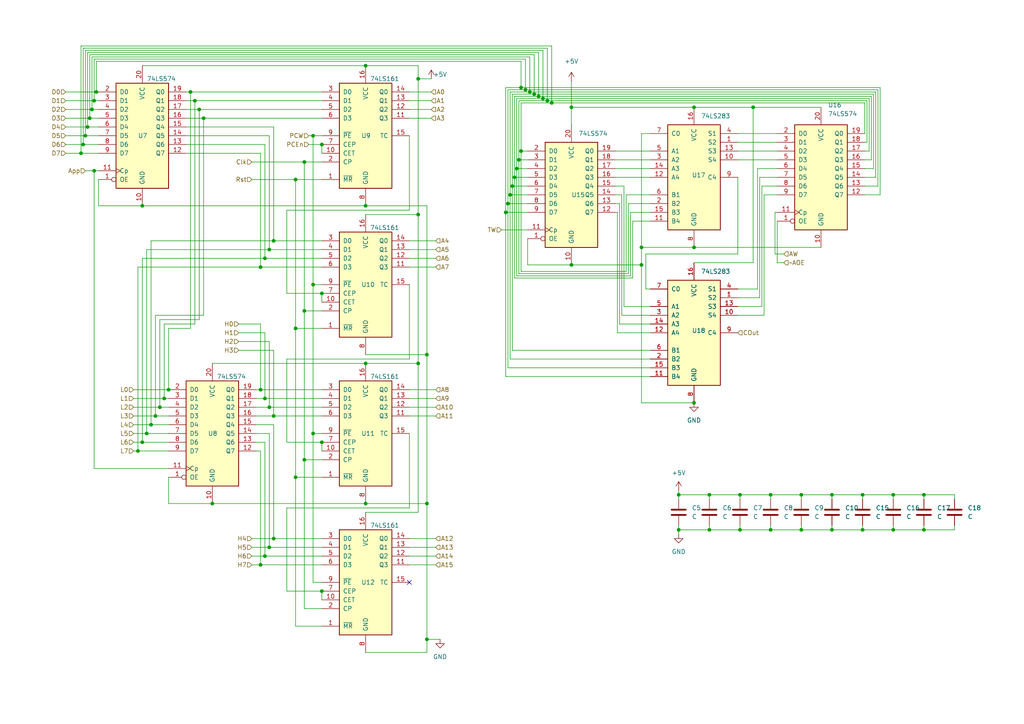
<source format=kicad_sch>
(kicad_sch (version 20211123) (generator eeschema)

  (uuid 3eb2a620-bf60-474d-b7ce-06bfb9ca6f1a)

  (paper "A4")

  (title_block
    (title "Canned ICs")
    (date "2022-05-03")
    (rev "Release")
    (company "John Oshiro")
    (comment 1 "- All 74LS chips can be replaced with 74HC series")
    (comment 2 "- The add & shift operation also performs a jump if the carry flag is set")
    (comment 4 "Execution unit")
  )

  (lib_symbols
    (symbol "74xx:74LS161" (pin_names (offset 1.016)) (in_bom yes) (on_board yes)
      (property "Reference" "U" (id 0) (at -7.62 16.51 0)
        (effects (font (size 1.27 1.27)))
      )
      (property "Value" "74LS161" (id 1) (at -7.62 -16.51 0)
        (effects (font (size 1.27 1.27)))
      )
      (property "Footprint" "" (id 2) (at 0 0 0)
        (effects (font (size 1.27 1.27)) hide)
      )
      (property "Datasheet" "http://www.ti.com/lit/gpn/sn74LS161" (id 3) (at 0 0 0)
        (effects (font (size 1.27 1.27)) hide)
      )
      (property "ki_locked" "" (id 4) (at 0 0 0)
        (effects (font (size 1.27 1.27)))
      )
      (property "ki_keywords" "TTL CNT CNT4" (id 5) (at 0 0 0)
        (effects (font (size 1.27 1.27)) hide)
      )
      (property "ki_description" "Synchronous 4-bit programmable binary Counter" (id 6) (at 0 0 0)
        (effects (font (size 1.27 1.27)) hide)
      )
      (property "ki_fp_filters" "DIP?16*" (id 7) (at 0 0 0)
        (effects (font (size 1.27 1.27)) hide)
      )
      (symbol "74LS161_1_0"
        (pin input line (at -12.7 -12.7 0) (length 5.08)
          (name "~{MR}" (effects (font (size 1.27 1.27))))
          (number "1" (effects (font (size 1.27 1.27))))
        )
        (pin input line (at -12.7 -5.08 0) (length 5.08)
          (name "CET" (effects (font (size 1.27 1.27))))
          (number "10" (effects (font (size 1.27 1.27))))
        )
        (pin output line (at 12.7 5.08 180) (length 5.08)
          (name "Q3" (effects (font (size 1.27 1.27))))
          (number "11" (effects (font (size 1.27 1.27))))
        )
        (pin output line (at 12.7 7.62 180) (length 5.08)
          (name "Q2" (effects (font (size 1.27 1.27))))
          (number "12" (effects (font (size 1.27 1.27))))
        )
        (pin output line (at 12.7 10.16 180) (length 5.08)
          (name "Q1" (effects (font (size 1.27 1.27))))
          (number "13" (effects (font (size 1.27 1.27))))
        )
        (pin output line (at 12.7 12.7 180) (length 5.08)
          (name "Q0" (effects (font (size 1.27 1.27))))
          (number "14" (effects (font (size 1.27 1.27))))
        )
        (pin output line (at 12.7 0 180) (length 5.08)
          (name "TC" (effects (font (size 1.27 1.27))))
          (number "15" (effects (font (size 1.27 1.27))))
        )
        (pin power_in line (at 0 20.32 270) (length 5.08)
          (name "VCC" (effects (font (size 1.27 1.27))))
          (number "16" (effects (font (size 1.27 1.27))))
        )
        (pin input line (at -12.7 -7.62 0) (length 5.08)
          (name "CP" (effects (font (size 1.27 1.27))))
          (number "2" (effects (font (size 1.27 1.27))))
        )
        (pin input line (at -12.7 12.7 0) (length 5.08)
          (name "D0" (effects (font (size 1.27 1.27))))
          (number "3" (effects (font (size 1.27 1.27))))
        )
        (pin input line (at -12.7 10.16 0) (length 5.08)
          (name "D1" (effects (font (size 1.27 1.27))))
          (number "4" (effects (font (size 1.27 1.27))))
        )
        (pin input line (at -12.7 7.62 0) (length 5.08)
          (name "D2" (effects (font (size 1.27 1.27))))
          (number "5" (effects (font (size 1.27 1.27))))
        )
        (pin input line (at -12.7 5.08 0) (length 5.08)
          (name "D3" (effects (font (size 1.27 1.27))))
          (number "6" (effects (font (size 1.27 1.27))))
        )
        (pin input line (at -12.7 -2.54 0) (length 5.08)
          (name "CEP" (effects (font (size 1.27 1.27))))
          (number "7" (effects (font (size 1.27 1.27))))
        )
        (pin power_in line (at 0 -20.32 90) (length 5.08)
          (name "GND" (effects (font (size 1.27 1.27))))
          (number "8" (effects (font (size 1.27 1.27))))
        )
        (pin input line (at -12.7 0 0) (length 5.08)
          (name "~{PE}" (effects (font (size 1.27 1.27))))
          (number "9" (effects (font (size 1.27 1.27))))
        )
      )
      (symbol "74LS161_1_1"
        (rectangle (start -7.62 15.24) (end 7.62 -15.24)
          (stroke (width 0.254) (type default) (color 0 0 0 0))
          (fill (type background))
        )
      )
    )
    (symbol "74xx:74LS283" (pin_names (offset 1.016)) (in_bom yes) (on_board yes)
      (property "Reference" "U" (id 0) (at -7.62 16.51 0)
        (effects (font (size 1.27 1.27)))
      )
      (property "Value" "74LS283" (id 1) (at -7.62 -16.51 0)
        (effects (font (size 1.27 1.27)))
      )
      (property "Footprint" "" (id 2) (at 0 0 0)
        (effects (font (size 1.27 1.27)) hide)
      )
      (property "Datasheet" "http://www.ti.com/lit/gpn/sn74LS283" (id 3) (at 0 0 0)
        (effects (font (size 1.27 1.27)) hide)
      )
      (property "ki_locked" "" (id 4) (at 0 0 0)
        (effects (font (size 1.27 1.27)))
      )
      (property "ki_keywords" "TTL ADD Arith ALU" (id 5) (at 0 0 0)
        (effects (font (size 1.27 1.27)) hide)
      )
      (property "ki_description" "4-bit full Adder" (id 6) (at 0 0 0)
        (effects (font (size 1.27 1.27)) hide)
      )
      (property "ki_fp_filters" "DIP?16*" (id 7) (at 0 0 0)
        (effects (font (size 1.27 1.27)) hide)
      )
      (symbol "74LS283_1_0"
        (pin output line (at 12.7 10.16 180) (length 5.08)
          (name "S2" (effects (font (size 1.27 1.27))))
          (number "1" (effects (font (size 1.27 1.27))))
        )
        (pin output line (at 12.7 5.08 180) (length 5.08)
          (name "S4" (effects (font (size 1.27 1.27))))
          (number "10" (effects (font (size 1.27 1.27))))
        )
        (pin input line (at -12.7 -12.7 0) (length 5.08)
          (name "B4" (effects (font (size 1.27 1.27))))
          (number "11" (effects (font (size 1.27 1.27))))
        )
        (pin input line (at -12.7 0 0) (length 5.08)
          (name "A4" (effects (font (size 1.27 1.27))))
          (number "12" (effects (font (size 1.27 1.27))))
        )
        (pin output line (at 12.7 7.62 180) (length 5.08)
          (name "S3" (effects (font (size 1.27 1.27))))
          (number "13" (effects (font (size 1.27 1.27))))
        )
        (pin input line (at -12.7 2.54 0) (length 5.08)
          (name "A3" (effects (font (size 1.27 1.27))))
          (number "14" (effects (font (size 1.27 1.27))))
        )
        (pin input line (at -12.7 -10.16 0) (length 5.08)
          (name "B3" (effects (font (size 1.27 1.27))))
          (number "15" (effects (font (size 1.27 1.27))))
        )
        (pin power_in line (at 0 20.32 270) (length 5.08)
          (name "VCC" (effects (font (size 1.27 1.27))))
          (number "16" (effects (font (size 1.27 1.27))))
        )
        (pin input line (at -12.7 -7.62 0) (length 5.08)
          (name "B2" (effects (font (size 1.27 1.27))))
          (number "2" (effects (font (size 1.27 1.27))))
        )
        (pin input line (at -12.7 5.08 0) (length 5.08)
          (name "A2" (effects (font (size 1.27 1.27))))
          (number "3" (effects (font (size 1.27 1.27))))
        )
        (pin output line (at 12.7 12.7 180) (length 5.08)
          (name "S1" (effects (font (size 1.27 1.27))))
          (number "4" (effects (font (size 1.27 1.27))))
        )
        (pin input line (at -12.7 7.62 0) (length 5.08)
          (name "A1" (effects (font (size 1.27 1.27))))
          (number "5" (effects (font (size 1.27 1.27))))
        )
        (pin input line (at -12.7 -5.08 0) (length 5.08)
          (name "B1" (effects (font (size 1.27 1.27))))
          (number "6" (effects (font (size 1.27 1.27))))
        )
        (pin input line (at -12.7 12.7 0) (length 5.08)
          (name "C0" (effects (font (size 1.27 1.27))))
          (number "7" (effects (font (size 1.27 1.27))))
        )
        (pin power_in line (at 0 -20.32 90) (length 5.08)
          (name "GND" (effects (font (size 1.27 1.27))))
          (number "8" (effects (font (size 1.27 1.27))))
        )
        (pin output line (at 12.7 0 180) (length 5.08)
          (name "C4" (effects (font (size 1.27 1.27))))
          (number "9" (effects (font (size 1.27 1.27))))
        )
      )
      (symbol "74LS283_1_1"
        (rectangle (start -7.62 15.24) (end 7.62 -15.24)
          (stroke (width 0.254) (type default) (color 0 0 0 0))
          (fill (type background))
        )
      )
    )
    (symbol "74xx:74LS574" (pin_names (offset 1.016)) (in_bom yes) (on_board yes)
      (property "Reference" "U" (id 0) (at -7.62 16.51 0)
        (effects (font (size 1.27 1.27)))
      )
      (property "Value" "74LS574" (id 1) (at -7.62 -16.51 0)
        (effects (font (size 1.27 1.27)))
      )
      (property "Footprint" "" (id 2) (at 0 0 0)
        (effects (font (size 1.27 1.27)) hide)
      )
      (property "Datasheet" "http://www.ti.com/lit/gpn/sn74LS574" (id 3) (at 0 0 0)
        (effects (font (size 1.27 1.27)) hide)
      )
      (property "ki_locked" "" (id 4) (at 0 0 0)
        (effects (font (size 1.27 1.27)))
      )
      (property "ki_keywords" "TTL REG DFF DFF8 3State" (id 5) (at 0 0 0)
        (effects (font (size 1.27 1.27)) hide)
      )
      (property "ki_description" "8-bit Register, 3-state outputs" (id 6) (at 0 0 0)
        (effects (font (size 1.27 1.27)) hide)
      )
      (property "ki_fp_filters" "DIP?20*" (id 7) (at 0 0 0)
        (effects (font (size 1.27 1.27)) hide)
      )
      (symbol "74LS574_1_0"
        (pin input inverted (at -12.7 -12.7 0) (length 5.08)
          (name "OE" (effects (font (size 1.27 1.27))))
          (number "1" (effects (font (size 1.27 1.27))))
        )
        (pin power_in line (at 0 -20.32 90) (length 5.08)
          (name "GND" (effects (font (size 1.27 1.27))))
          (number "10" (effects (font (size 1.27 1.27))))
        )
        (pin input clock (at -12.7 -10.16 0) (length 5.08)
          (name "Cp" (effects (font (size 1.27 1.27))))
          (number "11" (effects (font (size 1.27 1.27))))
        )
        (pin tri_state line (at 12.7 -5.08 180) (length 5.08)
          (name "Q7" (effects (font (size 1.27 1.27))))
          (number "12" (effects (font (size 1.27 1.27))))
        )
        (pin tri_state line (at 12.7 -2.54 180) (length 5.08)
          (name "Q6" (effects (font (size 1.27 1.27))))
          (number "13" (effects (font (size 1.27 1.27))))
        )
        (pin tri_state line (at 12.7 0 180) (length 5.08)
          (name "Q5" (effects (font (size 1.27 1.27))))
          (number "14" (effects (font (size 1.27 1.27))))
        )
        (pin tri_state line (at 12.7 2.54 180) (length 5.08)
          (name "Q4" (effects (font (size 1.27 1.27))))
          (number "15" (effects (font (size 1.27 1.27))))
        )
        (pin tri_state line (at 12.7 5.08 180) (length 5.08)
          (name "Q3" (effects (font (size 1.27 1.27))))
          (number "16" (effects (font (size 1.27 1.27))))
        )
        (pin tri_state line (at 12.7 7.62 180) (length 5.08)
          (name "Q2" (effects (font (size 1.27 1.27))))
          (number "17" (effects (font (size 1.27 1.27))))
        )
        (pin tri_state line (at 12.7 10.16 180) (length 5.08)
          (name "Q1" (effects (font (size 1.27 1.27))))
          (number "18" (effects (font (size 1.27 1.27))))
        )
        (pin tri_state line (at 12.7 12.7 180) (length 5.08)
          (name "Q0" (effects (font (size 1.27 1.27))))
          (number "19" (effects (font (size 1.27 1.27))))
        )
        (pin input line (at -12.7 12.7 0) (length 5.08)
          (name "D0" (effects (font (size 1.27 1.27))))
          (number "2" (effects (font (size 1.27 1.27))))
        )
        (pin power_in line (at 0 20.32 270) (length 5.08)
          (name "VCC" (effects (font (size 1.27 1.27))))
          (number "20" (effects (font (size 1.27 1.27))))
        )
        (pin input line (at -12.7 10.16 0) (length 5.08)
          (name "D1" (effects (font (size 1.27 1.27))))
          (number "3" (effects (font (size 1.27 1.27))))
        )
        (pin input line (at -12.7 7.62 0) (length 5.08)
          (name "D2" (effects (font (size 1.27 1.27))))
          (number "4" (effects (font (size 1.27 1.27))))
        )
        (pin input line (at -12.7 5.08 0) (length 5.08)
          (name "D3" (effects (font (size 1.27 1.27))))
          (number "5" (effects (font (size 1.27 1.27))))
        )
        (pin input line (at -12.7 2.54 0) (length 5.08)
          (name "D4" (effects (font (size 1.27 1.27))))
          (number "6" (effects (font (size 1.27 1.27))))
        )
        (pin input line (at -12.7 0 0) (length 5.08)
          (name "D5" (effects (font (size 1.27 1.27))))
          (number "7" (effects (font (size 1.27 1.27))))
        )
        (pin input line (at -12.7 -2.54 0) (length 5.08)
          (name "D6" (effects (font (size 1.27 1.27))))
          (number "8" (effects (font (size 1.27 1.27))))
        )
        (pin input line (at -12.7 -5.08 0) (length 5.08)
          (name "D7" (effects (font (size 1.27 1.27))))
          (number "9" (effects (font (size 1.27 1.27))))
        )
      )
      (symbol "74LS574_1_1"
        (rectangle (start -7.62 15.24) (end 7.62 -15.24)
          (stroke (width 0.254) (type default) (color 0 0 0 0))
          (fill (type background))
        )
      )
    )
    (symbol "Device:C" (pin_numbers hide) (pin_names (offset 0.254)) (in_bom yes) (on_board yes)
      (property "Reference" "C" (id 0) (at 0.635 2.54 0)
        (effects (font (size 1.27 1.27)) (justify left))
      )
      (property "Value" "C" (id 1) (at 0.635 -2.54 0)
        (effects (font (size 1.27 1.27)) (justify left))
      )
      (property "Footprint" "" (id 2) (at 0.9652 -3.81 0)
        (effects (font (size 1.27 1.27)) hide)
      )
      (property "Datasheet" "~" (id 3) (at 0 0 0)
        (effects (font (size 1.27 1.27)) hide)
      )
      (property "ki_keywords" "cap capacitor" (id 4) (at 0 0 0)
        (effects (font (size 1.27 1.27)) hide)
      )
      (property "ki_description" "Unpolarized capacitor" (id 5) (at 0 0 0)
        (effects (font (size 1.27 1.27)) hide)
      )
      (property "ki_fp_filters" "C_*" (id 6) (at 0 0 0)
        (effects (font (size 1.27 1.27)) hide)
      )
      (symbol "C_0_1"
        (polyline
          (pts
            (xy -2.032 -0.762)
            (xy 2.032 -0.762)
          )
          (stroke (width 0.508) (type default) (color 0 0 0 0))
          (fill (type none))
        )
        (polyline
          (pts
            (xy -2.032 0.762)
            (xy 2.032 0.762)
          )
          (stroke (width 0.508) (type default) (color 0 0 0 0))
          (fill (type none))
        )
      )
      (symbol "C_1_1"
        (pin passive line (at 0 3.81 270) (length 2.794)
          (name "~" (effects (font (size 1.27 1.27))))
          (number "1" (effects (font (size 1.27 1.27))))
        )
        (pin passive line (at 0 -3.81 90) (length 2.794)
          (name "~" (effects (font (size 1.27 1.27))))
          (number "2" (effects (font (size 1.27 1.27))))
        )
      )
    )
    (symbol "power:+5V" (power) (pin_names (offset 0)) (in_bom yes) (on_board yes)
      (property "Reference" "#PWR" (id 0) (at 0 -3.81 0)
        (effects (font (size 1.27 1.27)) hide)
      )
      (property "Value" "+5V" (id 1) (at 0 3.556 0)
        (effects (font (size 1.27 1.27)))
      )
      (property "Footprint" "" (id 2) (at 0 0 0)
        (effects (font (size 1.27 1.27)) hide)
      )
      (property "Datasheet" "" (id 3) (at 0 0 0)
        (effects (font (size 1.27 1.27)) hide)
      )
      (property "ki_keywords" "power-flag" (id 4) (at 0 0 0)
        (effects (font (size 1.27 1.27)) hide)
      )
      (property "ki_description" "Power symbol creates a global label with name \"+5V\"" (id 5) (at 0 0 0)
        (effects (font (size 1.27 1.27)) hide)
      )
      (symbol "+5V_0_1"
        (polyline
          (pts
            (xy -0.762 1.27)
            (xy 0 2.54)
          )
          (stroke (width 0) (type default) (color 0 0 0 0))
          (fill (type none))
        )
        (polyline
          (pts
            (xy 0 0)
            (xy 0 2.54)
          )
          (stroke (width 0) (type default) (color 0 0 0 0))
          (fill (type none))
        )
        (polyline
          (pts
            (xy 0 2.54)
            (xy 0.762 1.27)
          )
          (stroke (width 0) (type default) (color 0 0 0 0))
          (fill (type none))
        )
      )
      (symbol "+5V_1_1"
        (pin power_in line (at 0 0 90) (length 0) hide
          (name "+5V" (effects (font (size 1.27 1.27))))
          (number "1" (effects (font (size 1.27 1.27))))
        )
      )
    )
    (symbol "power:GND" (power) (pin_names (offset 0)) (in_bom yes) (on_board yes)
      (property "Reference" "#PWR" (id 0) (at 0 -6.35 0)
        (effects (font (size 1.27 1.27)) hide)
      )
      (property "Value" "GND" (id 1) (at 0 -3.81 0)
        (effects (font (size 1.27 1.27)))
      )
      (property "Footprint" "" (id 2) (at 0 0 0)
        (effects (font (size 1.27 1.27)) hide)
      )
      (property "Datasheet" "" (id 3) (at 0 0 0)
        (effects (font (size 1.27 1.27)) hide)
      )
      (property "ki_keywords" "power-flag" (id 4) (at 0 0 0)
        (effects (font (size 1.27 1.27)) hide)
      )
      (property "ki_description" "Power symbol creates a global label with name \"GND\" , ground" (id 5) (at 0 0 0)
        (effects (font (size 1.27 1.27)) hide)
      )
      (symbol "GND_0_1"
        (polyline
          (pts
            (xy 0 0)
            (xy 0 -1.27)
            (xy 1.27 -1.27)
            (xy 0 -2.54)
            (xy -1.27 -1.27)
            (xy 0 -1.27)
          )
          (stroke (width 0) (type default) (color 0 0 0 0))
          (fill (type none))
        )
      )
      (symbol "GND_1_1"
        (pin power_in line (at 0 0 270) (length 0) hide
          (name "GND" (effects (font (size 1.27 1.27))))
          (number "1" (effects (font (size 1.27 1.27))))
        )
      )
    )
  )

  (junction (at 106.045 59.69) (diameter 0) (color 0 0 0 0)
    (uuid 021d0ca9-5808-42ef-88e7-bd38a7d09193)
  )
  (junction (at 150.495 46.355) (diameter 0) (color 0 0 0 0)
    (uuid 0235c46f-e4e8-4482-a44d-bf1e9a0c91c6)
  )
  (junction (at 250.19 143.51) (diameter 0) (color 0 0 0 0)
    (uuid 0743e8c3-5e32-4e77-b7fd-e4a9a5e15639)
  )
  (junction (at 59.055 34.29) (diameter 0) (color 0 0 0 0)
    (uuid 0765152b-1fdb-4434-b374-6c4a3413cf2a)
  )
  (junction (at 146.685 61.595) (diameter 0) (color 0 0 0 0)
    (uuid 0a10ce7e-6924-4625-8243-18773be086e8)
  )
  (junction (at 121.285 105.41) (diameter 0) (color 0 0 0 0)
    (uuid 0f6075f6-1bb1-4457-8a32-ad6a3f66913d)
  )
  (junction (at 267.97 153.67) (diameter 0) (color 0 0 0 0)
    (uuid 1013dd88-bf1f-4595-8b4b-6c4b164e08b2)
  )
  (junction (at 106.045 105.41) (diameter 0) (color 0 0 0 0)
    (uuid 11e3d896-5508-496c-948c-e19d1a41a9b1)
  )
  (junction (at 123.825 185.42) (diameter 0) (color 0 0 0 0)
    (uuid 14d05c75-ed65-4f2c-8601-7159f83e119b)
  )
  (junction (at 45.085 120.65) (diameter 0) (color 0 0 0 0)
    (uuid 1596baff-9333-44d0-a92a-993630a47ba5)
  )
  (junction (at 121.285 22.86) (diameter 0) (color 0 0 0 0)
    (uuid 15a50644-6f38-4031-b1ab-684cff7d0dd1)
  )
  (junction (at 259.08 143.51) (diameter 0) (color 0 0 0 0)
    (uuid 1bdcd185-fd4a-41c9-ae6d-61ecb2b80986)
  )
  (junction (at 88.265 90.17) (diameter 0) (color 0 0 0 0)
    (uuid 1df54211-25d5-41d9-9b57-5ad4bafc852d)
  )
  (junction (at 88.265 46.99) (diameter 0) (color 0 0 0 0)
    (uuid 2620497a-7204-48e5-a541-f0ce2fa928a4)
  )
  (junction (at 153.67 26.67) (diameter 0) (color 0 0 0 0)
    (uuid 2a27b3f8-8778-4196-92a6-04b3f6373d3b)
  )
  (junction (at 154.94 27.305) (diameter 0) (color 0 0 0 0)
    (uuid 2a2debb5-9c49-4052-9753-194b5e4abf9d)
  )
  (junction (at 156.21 27.94) (diameter 0) (color 0 0 0 0)
    (uuid 2bb36db0-9c9d-4122-8bfb-fb4fd04fa817)
  )
  (junction (at 79.375 156.21) (diameter 0) (color 0 0 0 0)
    (uuid 2c3f7a20-488d-4863-a6e2-bd5a1435c840)
  )
  (junction (at 76.835 115.57) (diameter 0) (color 0 0 0 0)
    (uuid 2e0cdf3b-6f45-482f-83f0-6d7ced85914e)
  )
  (junction (at 186.055 71.755) (diameter 0) (color 0 0 0 0)
    (uuid 31c7c1b6-5bd6-4fce-8fce-e3ec06c4b5d6)
  )
  (junction (at 79.375 69.85) (diameter 0) (color 0 0 0 0)
    (uuid 337ecfec-65fe-4993-934d-7d8ffdc8e586)
  )
  (junction (at 40.005 130.81) (diameter 0) (color 0 0 0 0)
    (uuid 340c6a80-fe7e-401f-b87e-93b175bcd29c)
  )
  (junction (at 201.295 31.115) (diameter 0) (color 0 0 0 0)
    (uuid 35d40347-8b4b-4145-8fc9-d0057195db16)
  )
  (junction (at 223.52 143.51) (diameter 0) (color 0 0 0 0)
    (uuid 3b790917-76df-44ca-ba58-ac3b8d1edcb4)
  )
  (junction (at 152.4 26.035) (diameter 0) (color 0 0 0 0)
    (uuid 44255140-a3aa-4754-9ff8-ea3dc595752b)
  )
  (junction (at 24.13 41.91) (diameter 0) (color 0 0 0 0)
    (uuid 4936daab-87ad-422b-b2aa-4c1e6cb463e6)
  )
  (junction (at 218.44 31.115) (diameter 0) (color 0 0 0 0)
    (uuid 4aae5063-5584-485f-91aa-5150a33cfc74)
  )
  (junction (at 93.345 41.91) (diameter 0) (color 0 0 0 0)
    (uuid 4ac5ab40-1b6b-4578-ac0f-723ab9a75ea8)
  )
  (junction (at 57.785 31.75) (diameter 0) (color 0 0 0 0)
    (uuid 4ad638b9-38b4-4459-8067-8b20cb40b09c)
  )
  (junction (at 241.3 143.51) (diameter 0) (color 0 0 0 0)
    (uuid 4b1019a8-97e1-40fa-9c22-b3fef6beb48d)
  )
  (junction (at 56.515 29.21) (diameter 0) (color 0 0 0 0)
    (uuid 4c6afedf-bc92-4e99-b1dd-337312f15fce)
  )
  (junction (at 88.265 133.35) (diameter 0) (color 0 0 0 0)
    (uuid 4da639ae-2d66-4316-a59b-ee107c84eace)
  )
  (junction (at 23.495 44.45) (diameter 0) (color 0 0 0 0)
    (uuid 4e556c41-f092-459b-8d7d-dd69a13c6656)
  )
  (junction (at 26.035 34.29) (diameter 0) (color 0 0 0 0)
    (uuid 4f996f4a-29b8-42b3-87be-c1078f9bdb8c)
  )
  (junction (at 46.355 118.11) (diameter 0) (color 0 0 0 0)
    (uuid 54b14412-af8b-4fdf-804b-a3d1ae82e8de)
  )
  (junction (at 93.345 128.27) (diameter 0) (color 0 0 0 0)
    (uuid 56bfa9d0-6432-4456-abf4-56a013387ee0)
  )
  (junction (at 27.305 29.21) (diameter 0) (color 0 0 0 0)
    (uuid 571da39f-e684-449f-8805-194c63c33761)
  )
  (junction (at 160.02 29.845) (diameter 0) (color 0 0 0 0)
    (uuid 57f5c459-e26b-4298-aa10-430fb37c5b7a)
  )
  (junction (at 149.225 51.435) (diameter 0) (color 0 0 0 0)
    (uuid 585143de-4b23-4585-b72d-b763adb54ed3)
  )
  (junction (at 78.105 118.11) (diameter 0) (color 0 0 0 0)
    (uuid 5f3a7272-cb70-454c-be22-f6ad2fe52f03)
  )
  (junction (at 232.41 143.51) (diameter 0) (color 0 0 0 0)
    (uuid 63946976-facf-4676-9383-5afada39698a)
  )
  (junction (at 85.725 138.43) (diameter 0) (color 0 0 0 0)
    (uuid 657dc3cc-cea6-48ae-969a-f693e5a9c641)
  )
  (junction (at 148.59 53.975) (diameter 0) (color 0 0 0 0)
    (uuid 6878efd6-c995-4ffa-8085-96db3a20a9f9)
  )
  (junction (at 75.565 113.03) (diameter 0) (color 0 0 0 0)
    (uuid 6d0414b0-35c6-492d-8aad-288825b45b02)
  )
  (junction (at 25.4 36.83) (diameter 0) (color 0 0 0 0)
    (uuid 71a055bd-72d5-4ecc-a050-f93859916189)
  )
  (junction (at 214.63 153.67) (diameter 0) (color 0 0 0 0)
    (uuid 71b90f86-a48b-4ec5-83fd-1497ddc8e99f)
  )
  (junction (at 42.545 125.73) (diameter 0) (color 0 0 0 0)
    (uuid 73a4ad16-0a3a-4746-9709-048abb26adef)
  )
  (junction (at 232.41 153.67) (diameter 0) (color 0 0 0 0)
    (uuid 7561190d-5ae8-4444-bc34-e0ce0195651b)
  )
  (junction (at 90.805 39.37) (diameter 0) (color 0 0 0 0)
    (uuid 78c48e67-8f5c-4782-9ccb-ccd410e12b6a)
  )
  (junction (at 241.3 153.67) (diameter 0) (color 0 0 0 0)
    (uuid 799313e8-7d94-4657-b274-aa3b06966091)
  )
  (junction (at 106.045 146.05) (diameter 0) (color 0 0 0 0)
    (uuid 7a1046a1-16d5-4a13-a1de-73c116bd87ee)
  )
  (junction (at 214.63 143.51) (diameter 0) (color 0 0 0 0)
    (uuid 7a565fb7-a97b-4a1b-9ceb-659df93c7353)
  )
  (junction (at 157.48 28.575) (diameter 0) (color 0 0 0 0)
    (uuid 7d7cc1d4-6cc2-4923-b237-8c291fdb9a3c)
  )
  (junction (at 79.375 120.65) (diameter 0) (color 0 0 0 0)
    (uuid 7ee054f6-3d8c-4371-a89a-ecb7ac535eb5)
  )
  (junction (at 259.08 153.67) (diameter 0) (color 0 0 0 0)
    (uuid 7f4d798c-99c3-4f34-b104-3491b385b97c)
  )
  (junction (at 27.305 49.53) (diameter 0) (color 0 0 0 0)
    (uuid 816c615a-d6df-4a9f-8c2b-961e54d62d4a)
  )
  (junction (at 165.735 31.115) (diameter 0) (color 0 0 0 0)
    (uuid 818d5461-5654-4788-b576-591df38fc93c)
  )
  (junction (at 149.86 48.895) (diameter 0) (color 0 0 0 0)
    (uuid 86d05c91-bba4-4985-aeff-080482816d9f)
  )
  (junction (at 61.595 146.05) (diameter 0) (color 0 0 0 0)
    (uuid 8a1a6254-5680-4b42-90ef-bf4164e1d3ba)
  )
  (junction (at 93.345 171.45) (diameter 0) (color 0 0 0 0)
    (uuid 8b23fe6d-429f-4779-94b2-9f0bdf19582b)
  )
  (junction (at 223.52 153.67) (diameter 0) (color 0 0 0 0)
    (uuid 900cab5f-48e7-4565-ba2a-479d6dfda607)
  )
  (junction (at 205.74 153.67) (diameter 0) (color 0 0 0 0)
    (uuid 91243d06-127d-4e7f-9119-a26e0fd72861)
  )
  (junction (at 151.13 43.815) (diameter 0) (color 0 0 0 0)
    (uuid 9211a8a2-e7cc-43fc-b090-e8cccd298bb8)
  )
  (junction (at 205.74 143.51) (diameter 0) (color 0 0 0 0)
    (uuid 92179d1f-3360-4393-8845-4b7f9ce7e748)
  )
  (junction (at 26.67 31.75) (diameter 0) (color 0 0 0 0)
    (uuid 9841b2f0-bf49-40b5-8b30-965997f25e0b)
  )
  (junction (at 90.805 82.55) (diameter 0) (color 0 0 0 0)
    (uuid 99d608ac-a883-4499-9ac0-8fb9904a24c7)
  )
  (junction (at 186.055 76.835) (diameter 0) (color 0 0 0 0)
    (uuid 9b587166-b4eb-4dd9-b5d8-7c9b1c9ad5a8)
  )
  (junction (at 75.565 77.47) (diameter 0) (color 0 0 0 0)
    (uuid 9e8c978f-e9a3-4379-b031-671715efb27c)
  )
  (junction (at 27.94 26.67) (diameter 0) (color 0 0 0 0)
    (uuid a1ad4d61-6556-470c-9879-70831df1e9e1)
  )
  (junction (at 123.825 146.05) (diameter 0) (color 0 0 0 0)
    (uuid a4e05380-8471-4a16-99d6-49c6a5b80436)
  )
  (junction (at 48.895 113.03) (diameter 0) (color 0 0 0 0)
    (uuid a7867203-b6c8-4997-bc57-8d795ba63843)
  )
  (junction (at 201.295 116.84) (diameter 0) (color 0 0 0 0)
    (uuid ac8beb61-1b0f-4c42-8fe9-ccaefb28872f)
  )
  (junction (at 93.345 85.09) (diameter 0) (color 0 0 0 0)
    (uuid ad0beaa2-2e3f-463e-8c81-6a281b02ec97)
  )
  (junction (at 41.275 128.27) (diameter 0) (color 0 0 0 0)
    (uuid b138cb9c-b6f9-4ca6-b340-e9a5a82b75cc)
  )
  (junction (at 55.245 26.67) (diameter 0) (color 0 0 0 0)
    (uuid b822852f-7923-468d-93e0-01ffd5475e4e)
  )
  (junction (at 41.275 59.69) (diameter 0) (color 0 0 0 0)
    (uuid bdf4d61d-1560-46bf-b74c-2d2f63430c21)
  )
  (junction (at 106.045 19.05) (diameter 0) (color 0 0 0 0)
    (uuid c056a526-837e-4384-839f-f52d7c010c86)
  )
  (junction (at 24.765 39.37) (diameter 0) (color 0 0 0 0)
    (uuid c18cc1a5-1f3f-485d-a7f6-8fa9503c5bb6)
  )
  (junction (at 123.825 102.87) (diameter 0) (color 0 0 0 0)
    (uuid c18f2965-bf6f-4805-b1c3-e0226cdc7880)
  )
  (junction (at 147.32 59.055) (diameter 0) (color 0 0 0 0)
    (uuid c60bd89a-53e6-43ee-a7b3-624ad8253cdb)
  )
  (junction (at 158.75 29.21) (diameter 0) (color 0 0 0 0)
    (uuid c90f81af-6b36-409b-9ff6-3fcb16f11f97)
  )
  (junction (at 85.725 95.25) (diameter 0) (color 0 0 0 0)
    (uuid d4c54709-b298-4671-acd9-8f5e2a82a976)
  )
  (junction (at 78.105 158.75) (diameter 0) (color 0 0 0 0)
    (uuid d672ad6b-f8ff-43e7-8de8-790630db4989)
  )
  (junction (at 201.295 71.755) (diameter 0) (color 0 0 0 0)
    (uuid dc2cced3-9f90-4f62-a514-53985d1e334c)
  )
  (junction (at 47.625 115.57) (diameter 0) (color 0 0 0 0)
    (uuid e09a7c79-4e5f-4313-b64c-517c607a53d6)
  )
  (junction (at 78.105 72.39) (diameter 0) (color 0 0 0 0)
    (uuid e0d98182-c5ad-4bbc-80a5-e82496aaa9e4)
  )
  (junction (at 147.955 56.515) (diameter 0) (color 0 0 0 0)
    (uuid e4d7c2e7-bab1-4a76-b237-69a6727ff454)
  )
  (junction (at 43.815 123.19) (diameter 0) (color 0 0 0 0)
    (uuid eb190c09-dc59-40ab-8cb7-60702dc71e1b)
  )
  (junction (at 196.85 153.67) (diameter 0) (color 0 0 0 0)
    (uuid eb90d053-bad7-4910-af2d-eac09ef13edb)
  )
  (junction (at 151.13 25.4) (diameter 0) (color 0 0 0 0)
    (uuid ec0f5844-f204-416c-9c5e-13e6c8644a7e)
  )
  (junction (at 85.725 52.07) (diameter 0) (color 0 0 0 0)
    (uuid ed5a1ea9-9cbe-4b4e-95a5-a0b9e68c3e15)
  )
  (junction (at 76.835 161.29) (diameter 0) (color 0 0 0 0)
    (uuid eeee7899-a9c5-4845-a0fd-5157bc4b3356)
  )
  (junction (at 90.805 125.73) (diameter 0) (color 0 0 0 0)
    (uuid ef7e3cd7-21cd-4579-b6e3-aac1ff4d68a2)
  )
  (junction (at 165.735 76.835) (diameter 0) (color 0 0 0 0)
    (uuid f13d5b10-7958-445f-a80b-deca814105c3)
  )
  (junction (at 267.97 143.51) (diameter 0) (color 0 0 0 0)
    (uuid f6876d8f-308b-410f-affb-0d87dded2ba0)
  )
  (junction (at 196.85 143.51) (diameter 0) (color 0 0 0 0)
    (uuid f9460b49-55c9-4f08-8e2b-06232b40a6d6)
  )
  (junction (at 250.19 153.67) (diameter 0) (color 0 0 0 0)
    (uuid fa465747-b6a9-4b34-9c42-83d884e63901)
  )
  (junction (at 75.565 163.83) (diameter 0) (color 0 0 0 0)
    (uuid fabc3454-368a-4093-bdac-697ff37469cb)
  )
  (junction (at 76.835 74.93) (diameter 0) (color 0 0 0 0)
    (uuid fdebb446-7616-4b57-9ee0-23c23540e46f)
  )
  (junction (at 121.285 62.23) (diameter 0) (color 0 0 0 0)
    (uuid fefdf50c-6bb6-4b09-ae65-3afd2c78b08f)
  )

  (no_connect (at 118.745 168.91) (uuid bf97ffdf-cc67-45b2-9135-65d29bb1bda7))

  (wire (pts (xy 276.86 153.67) (xy 276.86 152.4))
    (stroke (width 0) (type default) (color 0 0 0 0))
    (uuid 01931d43-32cb-4524-a977-80c7fd358050)
  )
  (wire (pts (xy 251.46 29.21) (xy 158.75 29.21))
    (stroke (width 0) (type default) (color 0 0 0 0))
    (uuid 01b60ab8-85f7-4d91-968b-0252dbc76c33)
  )
  (wire (pts (xy 148.59 101.6) (xy 148.59 53.975))
    (stroke (width 0) (type default) (color 0 0 0 0))
    (uuid 03612815-dfe2-4e0f-8303-993b17379f38)
  )
  (wire (pts (xy 148.59 53.975) (xy 148.59 27.305))
    (stroke (width 0) (type default) (color 0 0 0 0))
    (uuid 081040ce-feb4-431a-bb8e-ee3ce9d81701)
  )
  (wire (pts (xy 241.3 143.51) (xy 241.3 144.78))
    (stroke (width 0) (type default) (color 0 0 0 0))
    (uuid 082b8108-ea87-48dc-9e16-7ef7886b1c84)
  )
  (wire (pts (xy 188.595 91.44) (xy 180.34 91.44))
    (stroke (width 0) (type default) (color 0 0 0 0))
    (uuid 08d8eced-84b6-4338-9dfc-74c42703f141)
  )
  (wire (pts (xy 75.565 130.81) (xy 75.565 163.83))
    (stroke (width 0) (type default) (color 0 0 0 0))
    (uuid 09334dfb-91f1-4b3d-b730-e85a6879395e)
  )
  (wire (pts (xy 41.275 128.27) (xy 41.275 74.93))
    (stroke (width 0) (type default) (color 0 0 0 0))
    (uuid 095f25c5-1ec3-41bb-af5a-efa21f8072bc)
  )
  (wire (pts (xy 118.745 118.11) (xy 126.365 118.11))
    (stroke (width 0) (type default) (color 0 0 0 0))
    (uuid 09f4b040-978f-4c88-9838-04f44f48cbf9)
  )
  (wire (pts (xy 178.435 56.515) (xy 180.34 56.515))
    (stroke (width 0) (type default) (color 0 0 0 0))
    (uuid 0a0ae451-d0cb-460a-a1a9-8f7c42491840)
  )
  (wire (pts (xy 27.94 26.67) (xy 28.575 26.67))
    (stroke (width 0) (type default) (color 0 0 0 0))
    (uuid 0a2dcbf3-c277-42b9-80b9-f031e13f5a06)
  )
  (wire (pts (xy 254.635 53.975) (xy 254.635 26.035))
    (stroke (width 0) (type default) (color 0 0 0 0))
    (uuid 0a42bab6-c9ab-4dac-8cab-962e2d419a3b)
  )
  (wire (pts (xy 88.265 46.99) (xy 93.345 46.99))
    (stroke (width 0) (type default) (color 0 0 0 0))
    (uuid 0a471f84-eefc-4542-bd8b-2b32566b6a10)
  )
  (wire (pts (xy 150.495 29.21) (xy 150.495 46.355))
    (stroke (width 0) (type default) (color 0 0 0 0))
    (uuid 0acdca6f-5494-4a53-a623-b675f78bcb64)
  )
  (wire (pts (xy 153.67 16.51) (xy 153.67 26.67))
    (stroke (width 0) (type default) (color 0 0 0 0))
    (uuid 0c010a8e-17fa-4881-8f97-74a16f071f37)
  )
  (wire (pts (xy 253.365 48.895) (xy 250.825 48.895))
    (stroke (width 0) (type default) (color 0 0 0 0))
    (uuid 0c0d7f63-7121-4e00-bfe1-cff67aa47586)
  )
  (wire (pts (xy 147.32 26.035) (xy 147.32 59.055))
    (stroke (width 0) (type default) (color 0 0 0 0))
    (uuid 0d4c2140-1a06-4cd9-861e-c1066ffc7fda)
  )
  (wire (pts (xy 90.805 39.37) (xy 90.805 82.55))
    (stroke (width 0) (type default) (color 0 0 0 0))
    (uuid 0e288ad1-f779-4a58-93bc-23013435caf9)
  )
  (wire (pts (xy 149.225 80.645) (xy 183.515 80.645))
    (stroke (width 0) (type default) (color 0 0 0 0))
    (uuid 0fc219ae-650e-4f84-ab1b-ffa9facc605b)
  )
  (wire (pts (xy 178.435 53.975) (xy 180.975 53.975))
    (stroke (width 0) (type default) (color 0 0 0 0))
    (uuid 1001d087-a334-4cfd-ae9d-6b2744032638)
  )
  (wire (pts (xy 196.85 142.24) (xy 196.85 143.51))
    (stroke (width 0) (type default) (color 0 0 0 0))
    (uuid 10139cea-69ba-4ace-b46d-5bd2640742de)
  )
  (wire (pts (xy 225.425 76.2) (xy 227.33 76.2))
    (stroke (width 0) (type default) (color 0 0 0 0))
    (uuid 10d36ee1-1144-4462-b4c6-bc312bf9ac24)
  )
  (wire (pts (xy 118.745 60.96) (xy 118.745 39.37))
    (stroke (width 0) (type default) (color 0 0 0 0))
    (uuid 10db7120-f84b-4068-a295-887163eef915)
  )
  (wire (pts (xy 74.295 130.81) (xy 75.565 130.81))
    (stroke (width 0) (type default) (color 0 0 0 0))
    (uuid 10fc151b-b2c1-4188-b5cc-1b5821079f73)
  )
  (wire (pts (xy 93.345 128.27) (xy 83.185 128.27))
    (stroke (width 0) (type default) (color 0 0 0 0))
    (uuid 113119d5-860b-412f-87f3-92f73a7d1c4a)
  )
  (wire (pts (xy 118.745 104.14) (xy 118.745 82.55))
    (stroke (width 0) (type default) (color 0 0 0 0))
    (uuid 12e1e2d7-d5d9-4cb0-8067-5eb8479e50fb)
  )
  (wire (pts (xy 93.345 41.91) (xy 93.345 44.45))
    (stroke (width 0) (type default) (color 0 0 0 0))
    (uuid 13dd9eba-48ed-4b6e-a49d-3ba8d1313d75)
  )
  (wire (pts (xy 118.745 26.67) (xy 125.095 26.67))
    (stroke (width 0) (type default) (color 0 0 0 0))
    (uuid 141f7366-3316-4b3b-a43f-b2a7bd12132a)
  )
  (wire (pts (xy 223.52 143.51) (xy 223.52 144.78))
    (stroke (width 0) (type default) (color 0 0 0 0))
    (uuid 1495f2a7-d754-4e75-8eaa-79566cd59f9a)
  )
  (wire (pts (xy 27.305 135.89) (xy 27.305 49.53))
    (stroke (width 0) (type default) (color 0 0 0 0))
    (uuid 165d9430-f864-401e-8496-cb204bb75dfb)
  )
  (wire (pts (xy 165.735 23.495) (xy 165.735 31.115))
    (stroke (width 0) (type default) (color 0 0 0 0))
    (uuid 16724d33-be57-410b-b652-d3daa52562ad)
  )
  (wire (pts (xy 151.13 43.815) (xy 153.035 43.815))
    (stroke (width 0) (type default) (color 0 0 0 0))
    (uuid 175b8590-eea4-44af-aac9-cdeeb780f179)
  )
  (wire (pts (xy 252.73 46.355) (xy 250.825 46.355))
    (stroke (width 0) (type default) (color 0 0 0 0))
    (uuid 178d70b0-9d36-4b6c-a819-2840526db39a)
  )
  (wire (pts (xy 188.595 56.515) (xy 181.61 56.515))
    (stroke (width 0) (type default) (color 0 0 0 0))
    (uuid 18820a38-b270-440b-ae3f-7a5a6c2aa392)
  )
  (wire (pts (xy 74.295 123.19) (xy 79.375 123.19))
    (stroke (width 0) (type default) (color 0 0 0 0))
    (uuid 18903017-2f04-4523-bdb1-ea26093fe55f)
  )
  (wire (pts (xy 90.805 125.73) (xy 93.345 125.73))
    (stroke (width 0) (type default) (color 0 0 0 0))
    (uuid 1897c9f5-6d6f-487c-964f-150ae1aaf4a2)
  )
  (wire (pts (xy 227.33 73.66) (xy 224.79 73.66))
    (stroke (width 0) (type default) (color 0 0 0 0))
    (uuid 198b4190-1cb3-4f45-9003-e527ce03790a)
  )
  (wire (pts (xy 85.725 138.43) (xy 93.345 138.43))
    (stroke (width 0) (type default) (color 0 0 0 0))
    (uuid 1a3e47b8-abb9-436a-9ef2-5e419e8aae75)
  )
  (wire (pts (xy 223.52 153.67) (xy 232.41 153.67))
    (stroke (width 0) (type default) (color 0 0 0 0))
    (uuid 1bd09371-61e6-42ef-b79c-31fb6f332bda)
  )
  (wire (pts (xy 123.825 146.05) (xy 106.045 146.05))
    (stroke (width 0) (type default) (color 0 0 0 0))
    (uuid 1c5ec8a5-0356-4950-8199-a3e073f63bef)
  )
  (wire (pts (xy 40.005 77.47) (xy 40.005 130.81))
    (stroke (width 0) (type default) (color 0 0 0 0))
    (uuid 1c7da1da-8d9a-4111-8161-9082225523bd)
  )
  (wire (pts (xy 73.025 52.07) (xy 85.725 52.07))
    (stroke (width 0) (type default) (color 0 0 0 0))
    (uuid 1d609086-507a-4407-a01e-03e0ac249c90)
  )
  (wire (pts (xy 89.535 39.37) (xy 90.805 39.37))
    (stroke (width 0) (type default) (color 0 0 0 0))
    (uuid 1e3f6e69-339a-4a82-8e4d-44c2adb747fb)
  )
  (wire (pts (xy 183.515 80.645) (xy 183.515 64.135))
    (stroke (width 0) (type default) (color 0 0 0 0))
    (uuid 1e7e8be2-4a34-4550-b8d3-4bf70d1b3d24)
  )
  (wire (pts (xy 196.85 153.67) (xy 205.74 153.67))
    (stroke (width 0) (type default) (color 0 0 0 0))
    (uuid 1f9aa820-4b04-4452-b88d-a3daaf78ab27)
  )
  (wire (pts (xy 88.265 133.35) (xy 88.265 90.17))
    (stroke (width 0) (type default) (color 0 0 0 0))
    (uuid 1fcbe4ff-cfff-488f-8b7d-b4fb23c3018d)
  )
  (wire (pts (xy 69.215 101.6) (xy 79.375 101.6))
    (stroke (width 0) (type default) (color 0 0 0 0))
    (uuid 21b700a1-379f-40ce-8255-3fc5a6e356dc)
  )
  (wire (pts (xy 250.825 53.975) (xy 254.635 53.975))
    (stroke (width 0) (type default) (color 0 0 0 0))
    (uuid 21d6ff59-5114-4dbd-b83c-7f1d2297ba31)
  )
  (wire (pts (xy 178.435 51.435) (xy 188.595 51.435))
    (stroke (width 0) (type default) (color 0 0 0 0))
    (uuid 2235d38d-acbb-4f54-a3eb-40098899d3f6)
  )
  (wire (pts (xy 40.005 130.81) (xy 48.895 130.81))
    (stroke (width 0) (type default) (color 0 0 0 0))
    (uuid 23359d33-40fd-4b16-8c73-2a3f5be6a62d)
  )
  (wire (pts (xy 83.185 104.14) (xy 118.745 104.14))
    (stroke (width 0) (type default) (color 0 0 0 0))
    (uuid 23522c9d-f746-4b2d-a561-20660de19c40)
  )
  (wire (pts (xy 85.725 181.61) (xy 85.725 138.43))
    (stroke (width 0) (type default) (color 0 0 0 0))
    (uuid 24bef369-408e-41e9-818a-d6ba82aaa9c6)
  )
  (wire (pts (xy 187.325 83.82) (xy 187.325 73.66))
    (stroke (width 0) (type default) (color 0 0 0 0))
    (uuid 24cb62be-c66e-41d5-b223-767f897c30b9)
  )
  (wire (pts (xy 85.725 52.07) (xy 85.725 95.25))
    (stroke (width 0) (type default) (color 0 0 0 0))
    (uuid 2861ca4c-834a-488b-abbc-c6e565ed7fb7)
  )
  (wire (pts (xy 118.745 161.29) (xy 126.365 161.29))
    (stroke (width 0) (type default) (color 0 0 0 0))
    (uuid 28c33229-7378-44e1-8f4f-d73a8e0e609d)
  )
  (wire (pts (xy 267.97 143.51) (xy 276.86 143.51))
    (stroke (width 0) (type default) (color 0 0 0 0))
    (uuid 28c72442-f791-4c3b-8b1a-2054b253fbf8)
  )
  (wire (pts (xy 93.345 128.27) (xy 93.345 130.81))
    (stroke (width 0) (type default) (color 0 0 0 0))
    (uuid 28ca81ea-ec87-4f8a-a904-2091b521a972)
  )
  (wire (pts (xy 57.785 92.71) (xy 57.785 31.75))
    (stroke (width 0) (type default) (color 0 0 0 0))
    (uuid 2967f5c7-0d14-4b40-bf5d-fb14f61cfebf)
  )
  (wire (pts (xy 26.035 15.875) (xy 26.035 34.29))
    (stroke (width 0) (type default) (color 0 0 0 0))
    (uuid 2988c8bd-9fb3-4509-a0f4-5dfeb02e4567)
  )
  (wire (pts (xy 56.515 29.21) (xy 93.345 29.21))
    (stroke (width 0) (type default) (color 0 0 0 0))
    (uuid 2b1bd411-c85d-4156-b677-217768be25ae)
  )
  (wire (pts (xy 38.735 130.81) (xy 40.005 130.81))
    (stroke (width 0) (type default) (color 0 0 0 0))
    (uuid 2b71f97a-8358-47d5-9bb2-c5c52798b759)
  )
  (wire (pts (xy 152.4 26.035) (xy 147.32 26.035))
    (stroke (width 0) (type default) (color 0 0 0 0))
    (uuid 2e6be7ec-0bca-4b7f-9579-b896b318190f)
  )
  (wire (pts (xy 19.05 36.83) (xy 25.4 36.83))
    (stroke (width 0) (type default) (color 0 0 0 0))
    (uuid 2fe0d1a7-1e3f-4a63-9b77-a63b8efa2b5f)
  )
  (wire (pts (xy 157.48 14.605) (xy 24.765 14.605))
    (stroke (width 0) (type default) (color 0 0 0 0))
    (uuid 301b05f4-20f5-40fc-a991-8d1ba9cfe1ff)
  )
  (wire (pts (xy 19.05 26.67) (xy 27.94 26.67))
    (stroke (width 0) (type default) (color 0 0 0 0))
    (uuid 30508594-c6b7-4560-96ac-05f6655ba783)
  )
  (wire (pts (xy 148.59 53.975) (xy 153.035 53.975))
    (stroke (width 0) (type default) (color 0 0 0 0))
    (uuid 314fa62a-b803-4847-8245-50b18959e541)
  )
  (wire (pts (xy 24.13 13.97) (xy 158.75 13.97))
    (stroke (width 0) (type default) (color 0 0 0 0))
    (uuid 31e5ca46-568d-4756-9a17-dc6517a34c67)
  )
  (wire (pts (xy 118.745 72.39) (xy 126.365 72.39))
    (stroke (width 0) (type default) (color 0 0 0 0))
    (uuid 32a67c39-033b-4e20-9638-1fe732835fa7)
  )
  (wire (pts (xy 178.435 61.595) (xy 179.07 61.595))
    (stroke (width 0) (type default) (color 0 0 0 0))
    (uuid 32c419f1-83b9-4f14-92ea-25de64d8e056)
  )
  (wire (pts (xy 25.4 36.83) (xy 25.4 15.24))
    (stroke (width 0) (type default) (color 0 0 0 0))
    (uuid 32f6fde8-3fa5-49af-b639-a67856120836)
  )
  (wire (pts (xy 90.805 39.37) (xy 93.345 39.37))
    (stroke (width 0) (type default) (color 0 0 0 0))
    (uuid 342812b1-de03-4333-975c-8e672cc8d662)
  )
  (wire (pts (xy 178.435 46.355) (xy 188.595 46.355))
    (stroke (width 0) (type default) (color 0 0 0 0))
    (uuid 35077941-bbfd-48a1-ab0b-a7bcdaa20888)
  )
  (wire (pts (xy 45.085 120.65) (xy 48.895 120.65))
    (stroke (width 0) (type default) (color 0 0 0 0))
    (uuid 35bfb153-d7ed-4964-aeb0-580097162a92)
  )
  (wire (pts (xy 201.295 71.755) (xy 186.055 71.755))
    (stroke (width 0) (type default) (color 0 0 0 0))
    (uuid 3791ac17-af79-424e-868d-0c180a7401aa)
  )
  (wire (pts (xy 250.825 56.515) (xy 255.27 56.515))
    (stroke (width 0) (type default) (color 0 0 0 0))
    (uuid 37e5179e-4a5c-4706-82bd-ed37ea53342f)
  )
  (wire (pts (xy 220.98 88.9) (xy 213.995 88.9))
    (stroke (width 0) (type default) (color 0 0 0 0))
    (uuid 385c17c0-6c8c-403e-a680-6c21a817059b)
  )
  (wire (pts (xy 74.295 128.27) (xy 76.835 128.27))
    (stroke (width 0) (type default) (color 0 0 0 0))
    (uuid 391fd17c-50a8-4b42-b724-5821e482131f)
  )
  (wire (pts (xy 88.265 176.53) (xy 88.265 133.35))
    (stroke (width 0) (type default) (color 0 0 0 0))
    (uuid 396a36ff-a2a2-4bf7-a847-3ff61dbc3f71)
  )
  (wire (pts (xy 26.67 31.75) (xy 28.575 31.75))
    (stroke (width 0) (type default) (color 0 0 0 0))
    (uuid 396a865d-b728-4af8-ab82-629d696dd7d9)
  )
  (wire (pts (xy 188.595 83.82) (xy 187.325 83.82))
    (stroke (width 0) (type default) (color 0 0 0 0))
    (uuid 3a31321d-083a-41b2-80ec-93c8e693dca3)
  )
  (wire (pts (xy 220.98 53.975) (xy 220.98 88.9))
    (stroke (width 0) (type default) (color 0 0 0 0))
    (uuid 3a84441d-e27d-4b3f-aa92-09c587952809)
  )
  (wire (pts (xy 19.05 39.37) (xy 24.765 39.37))
    (stroke (width 0) (type default) (color 0 0 0 0))
    (uuid 3a9a5f1b-05d2-4421-a7ce-7632680b9874)
  )
  (wire (pts (xy 118.745 31.75) (xy 125.095 31.75))
    (stroke (width 0) (type default) (color 0 0 0 0))
    (uuid 3ac29085-6e2b-450c-8aae-1c10bcfb67c4)
  )
  (wire (pts (xy 186.055 71.755) (xy 186.055 76.835))
    (stroke (width 0) (type default) (color 0 0 0 0))
    (uuid 3b6240ba-141d-4ec7-ad75-4cd3623df888)
  )
  (wire (pts (xy 205.74 152.4) (xy 205.74 153.67))
    (stroke (width 0) (type default) (color 0 0 0 0))
    (uuid 3bca1efb-ce1c-4439-af2d-2b436fd8963c)
  )
  (wire (pts (xy 24.13 41.91) (xy 24.13 13.97))
    (stroke (width 0) (type default) (color 0 0 0 0))
    (uuid 3c09437a-e30a-4f41-b71c-e71bad1b70c4)
  )
  (wire (pts (xy 118.745 156.21) (xy 126.365 156.21))
    (stroke (width 0) (type default) (color 0 0 0 0))
    (uuid 3c0fc6bf-c720-47a2-9be1-c86d1283140b)
  )
  (wire (pts (xy 225.425 48.895) (xy 219.71 48.895))
    (stroke (width 0) (type default) (color 0 0 0 0))
    (uuid 3cb335cc-dcb4-4735-be55-20e0cb3bd897)
  )
  (wire (pts (xy 88.265 46.99) (xy 88.265 90.17))
    (stroke (width 0) (type default) (color 0 0 0 0))
    (uuid 3cbffd1e-fdc5-46ef-a461-f0713276f31d)
  )
  (wire (pts (xy 46.355 92.71) (xy 57.785 92.71))
    (stroke (width 0) (type default) (color 0 0 0 0))
    (uuid 3cdb6cf2-2248-460b-8fbf-c0dba8c95597)
  )
  (wire (pts (xy 223.52 143.51) (xy 232.41 143.51))
    (stroke (width 0) (type default) (color 0 0 0 0))
    (uuid 3d9425be-e5bf-456d-b07c-6cbdd8366f9a)
  )
  (wire (pts (xy 27.94 26.67) (xy 27.94 17.78))
    (stroke (width 0) (type default) (color 0 0 0 0))
    (uuid 3e43ed96-13c3-47c1-b226-70f9af1f08d4)
  )
  (wire (pts (xy 55.245 26.67) (xy 93.345 26.67))
    (stroke (width 0) (type default) (color 0 0 0 0))
    (uuid 3f3c656e-29cc-44cb-be6a-15ed9ad87dc9)
  )
  (wire (pts (xy 252.73 27.94) (xy 252.73 46.355))
    (stroke (width 0) (type default) (color 0 0 0 0))
    (uuid 408e9084-e11d-4a06-9bd6-1508d9357da4)
  )
  (wire (pts (xy 220.345 51.435) (xy 225.425 51.435))
    (stroke (width 0) (type default) (color 0 0 0 0))
    (uuid 414ed6a7-05bb-4aae-acf2-0e5d0af53fe6)
  )
  (wire (pts (xy 75.565 113.03) (xy 93.345 113.03))
    (stroke (width 0) (type default) (color 0 0 0 0))
    (uuid 41ee127b-89fe-42c5-bc05-519cc177c5c6)
  )
  (wire (pts (xy 250.19 153.67) (xy 259.08 153.67))
    (stroke (width 0) (type default) (color 0 0 0 0))
    (uuid 42213546-462c-4a48-9ea5-984cab056796)
  )
  (wire (pts (xy 149.225 27.94) (xy 156.21 27.94))
    (stroke (width 0) (type default) (color 0 0 0 0))
    (uuid 42e6e42f-3aca-44f9-b988-5199b862f63d)
  )
  (wire (pts (xy 149.86 48.895) (xy 153.035 48.895))
    (stroke (width 0) (type default) (color 0 0 0 0))
    (uuid 4312a2b0-6270-401d-b710-b2117f8479f7)
  )
  (wire (pts (xy 123.825 185.42) (xy 127.635 185.42))
    (stroke (width 0) (type default) (color 0 0 0 0))
    (uuid 43868c94-3567-49ab-aa35-b989ce764251)
  )
  (wire (pts (xy 123.825 189.23) (xy 106.045 189.23))
    (stroke (width 0) (type default) (color 0 0 0 0))
    (uuid 44231364-9fd6-40e9-854f-3f41b9f5df35)
  )
  (wire (pts (xy 59.055 34.29) (xy 93.345 34.29))
    (stroke (width 0) (type default) (color 0 0 0 0))
    (uuid 4496f038-9b07-407a-9dc3-4c4af4576cea)
  )
  (wire (pts (xy 25.4 15.24) (xy 156.21 15.24))
    (stroke (width 0) (type default) (color 0 0 0 0))
    (uuid 45de9453-4a4a-4c1a-98ce-b9e6e9d249c0)
  )
  (wire (pts (xy 90.805 125.73) (xy 90.805 82.55))
    (stroke (width 0) (type default) (color 0 0 0 0))
    (uuid 47eec517-fe29-4a32-8e11-2f01da13639a)
  )
  (wire (pts (xy 147.955 56.515) (xy 147.955 104.14))
    (stroke (width 0) (type default) (color 0 0 0 0))
    (uuid 48736f21-60aa-4659-9045-207f1a06861b)
  )
  (wire (pts (xy 218.44 76.2) (xy 218.44 31.115))
    (stroke (width 0) (type default) (color 0 0 0 0))
    (uuid 48b4a316-b60b-41a6-93a4-9b77db520026)
  )
  (wire (pts (xy 121.285 105.41) (xy 121.285 62.23))
    (stroke (width 0) (type default) (color 0 0 0 0))
    (uuid 4ae117b0-d4fa-4b0e-876d-d92230dee30f)
  )
  (wire (pts (xy 56.515 93.98) (xy 47.625 93.98))
    (stroke (width 0) (type default) (color 0 0 0 0))
    (uuid 4cd76599-a571-4204-bb0d-58f1a4893793)
  )
  (wire (pts (xy 38.735 115.57) (xy 47.625 115.57))
    (stroke (width 0) (type default) (color 0 0 0 0))
    (uuid 50166502-d436-4aad-8622-2b5e71b66939)
  )
  (wire (pts (xy 19.05 41.91) (xy 24.13 41.91))
    (stroke (width 0) (type default) (color 0 0 0 0))
    (uuid 5077bffa-b3ad-460d-a47b-08e1e2c5bae9)
  )
  (wire (pts (xy 186.055 38.735) (xy 186.055 71.755))
    (stroke (width 0) (type default) (color 0 0 0 0))
    (uuid 508be464-8c4c-43c0-b0f5-3eedd6ce9b1e)
  )
  (wire (pts (xy 214.63 152.4) (xy 214.63 153.67))
    (stroke (width 0) (type default) (color 0 0 0 0))
    (uuid 50f86356-9318-4673-8322-d9ae4847adea)
  )
  (wire (pts (xy 153.035 61.595) (xy 146.685 61.595))
    (stroke (width 0) (type default) (color 0 0 0 0))
    (uuid 52658c5e-67fc-4da4-8f73-bf0c4472fc79)
  )
  (wire (pts (xy 53.975 44.45) (xy 75.565 44.45))
    (stroke (width 0) (type default) (color 0 0 0 0))
    (uuid 5290098b-ae2a-4f28-80fa-f64c4f621198)
  )
  (wire (pts (xy 205.74 153.67) (xy 214.63 153.67))
    (stroke (width 0) (type default) (color 0 0 0 0))
    (uuid 52ded38e-390d-4d27-96de-90a00891904e)
  )
  (wire (pts (xy 118.745 69.85) (xy 126.365 69.85))
    (stroke (width 0) (type default) (color 0 0 0 0))
    (uuid 53bb9df9-117a-4efe-bde7-29e2ebc12c5a)
  )
  (wire (pts (xy 78.105 72.39) (xy 42.545 72.39))
    (stroke (width 0) (type default) (color 0 0 0 0))
    (uuid 540b9763-4dff-4dd4-b1b4-d5d0f4850823)
  )
  (wire (pts (xy 93.345 158.75) (xy 78.105 158.75))
    (stroke (width 0) (type default) (color 0 0 0 0))
    (uuid 547e29d9-8679-4219-8e55-ba15b3e3f26f)
  )
  (wire (pts (xy 83.185 128.27) (xy 83.185 104.14))
    (stroke (width 0) (type default) (color 0 0 0 0))
    (uuid 54f3e035-795b-4ab9-a029-e690d1c61ed8)
  )
  (wire (pts (xy 123.825 102.87) (xy 123.825 146.05))
    (stroke (width 0) (type default) (color 0 0 0 0))
    (uuid 558a4012-d739-4801-bf57-c56dc985433b)
  )
  (wire (pts (xy 56.515 29.21) (xy 56.515 93.98))
    (stroke (width 0) (type default) (color 0 0 0 0))
    (uuid 55b8b179-1add-4f95-83f8-c76e44b482af)
  )
  (wire (pts (xy 259.08 143.51) (xy 259.08 144.78))
    (stroke (width 0) (type default) (color 0 0 0 0))
    (uuid 568bd35d-d51b-45f8-b375-b7fd01d1c6de)
  )
  (wire (pts (xy 85.725 52.07) (xy 93.345 52.07))
    (stroke (width 0) (type default) (color 0 0 0 0))
    (uuid 56ad1cbc-c137-4c1c-868d-60dca47554b1)
  )
  (wire (pts (xy 225.425 64.135) (xy 225.425 76.2))
    (stroke (width 0) (type default) (color 0 0 0 0))
    (uuid 56e9160f-9a2e-4d54-887a-1ca17368617a)
  )
  (wire (pts (xy 83.185 171.45) (xy 83.185 147.32))
    (stroke (width 0) (type default) (color 0 0 0 0))
    (uuid 56eb4cb8-af03-4bf3-b0b5-56ac0a22626a)
  )
  (wire (pts (xy 250.19 143.51) (xy 250.19 144.78))
    (stroke (width 0) (type default) (color 0 0 0 0))
    (uuid 57a7c057-0022-49b3-96ba-8ab6d2d69395)
  )
  (wire (pts (xy 201.295 76.2) (xy 218.44 76.2))
    (stroke (width 0) (type default) (color 0 0 0 0))
    (uuid 587824c0-ea29-4e7c-9227-86f616444bde)
  )
  (wire (pts (xy 156.21 27.94) (xy 252.73 27.94))
    (stroke (width 0) (type default) (color 0 0 0 0))
    (uuid 5a337eb4-2516-46aa-b278-a17fc7ede197)
  )
  (wire (pts (xy 218.44 31.115) (xy 201.295 31.115))
    (stroke (width 0) (type default) (color 0 0 0 0))
    (uuid 5a4c59a6-12d9-4862-be95-d2bbaba1d2bf)
  )
  (wire (pts (xy 147.32 106.68) (xy 147.32 59.055))
    (stroke (width 0) (type default) (color 0 0 0 0))
    (uuid 5b297e4d-3f15-42c4-af74-b04d804291c1)
  )
  (wire (pts (xy 90.805 82.55) (xy 93.345 82.55))
    (stroke (width 0) (type default) (color 0 0 0 0))
    (uuid 5bfff1c7-bbf2-4f6c-b9e7-fac59e98a5b6)
  )
  (wire (pts (xy 213.995 73.66) (xy 213.995 51.435))
    (stroke (width 0) (type default) (color 0 0 0 0))
    (uuid 5d288b72-89d8-4b36-9670-8b199131f402)
  )
  (wire (pts (xy 121.285 148.59) (xy 121.285 105.41))
    (stroke (width 0) (type default) (color 0 0 0 0))
    (uuid 5d9c4ed7-0a48-4bcc-aaeb-09ac7f89f00c)
  )
  (wire (pts (xy 147.955 104.14) (xy 188.595 104.14))
    (stroke (width 0) (type default) (color 0 0 0 0))
    (uuid 5da0916b-83bc-4fb5-8b65-a01ecbe846a9)
  )
  (wire (pts (xy 153.035 51.435) (xy 149.225 51.435))
    (stroke (width 0) (type default) (color 0 0 0 0))
    (uuid 5dc37e77-b9e4-4016-9c17-835c96ab6e40)
  )
  (wire (pts (xy 151.13 78.74) (xy 151.13 43.815))
    (stroke (width 0) (type default) (color 0 0 0 0))
    (uuid 5ebdcf6b-4fe4-4e20-a6aa-af497209be8d)
  )
  (wire (pts (xy 53.975 29.21) (xy 56.515 29.21))
    (stroke (width 0) (type default) (color 0 0 0 0))
    (uuid 5f1d725a-5bae-45a7-81fa-2afd52662488)
  )
  (wire (pts (xy 48.895 123.19) (xy 43.815 123.19))
    (stroke (width 0) (type default) (color 0 0 0 0))
    (uuid 5fc8dd70-afec-4699-ae5a-c8a6722bc150)
  )
  (wire (pts (xy 201.295 71.755) (xy 238.125 71.755))
    (stroke (width 0) (type default) (color 0 0 0 0))
    (uuid 61259d1a-256c-4970-9afa-3c8c42ac6410)
  )
  (wire (pts (xy 182.88 80.01) (xy 149.86 80.01))
    (stroke (width 0) (type default) (color 0 0 0 0))
    (uuid 61315f69-baa8-4f9d-a41f-f64e606af38c)
  )
  (wire (pts (xy 28.575 59.69) (xy 41.275 59.69))
    (stroke (width 0) (type default) (color 0 0 0 0))
    (uuid 618cad5c-86e0-45e0-85b1-c9d64ec309dc)
  )
  (wire (pts (xy 76.835 115.57) (xy 93.345 115.57))
    (stroke (width 0) (type default) (color 0 0 0 0))
    (uuid 620aec50-21a0-4487-b3cf-fe1a45306959)
  )
  (wire (pts (xy 201.295 31.115) (xy 165.735 31.115))
    (stroke (width 0) (type default) (color 0 0 0 0))
    (uuid 6226d2fe-acd2-4245-b381-5ae6e7dedaa2)
  )
  (wire (pts (xy 118.745 163.83) (xy 126.365 163.83))
    (stroke (width 0) (type default) (color 0 0 0 0))
    (uuid 622c2e81-2c71-4080-9bd3-f068640e0271)
  )
  (wire (pts (xy 106.045 148.59) (xy 121.285 148.59))
    (stroke (width 0) (type default) (color 0 0 0 0))
    (uuid 62351bad-ff94-451e-9dca-62d204291cbc)
  )
  (wire (pts (xy 27.305 49.53) (xy 28.575 49.53))
    (stroke (width 0) (type default) (color 0 0 0 0))
    (uuid 62ddf7a2-a383-4f9d-96d6-ba7228f5859d)
  )
  (wire (pts (xy 118.745 34.29) (xy 125.095 34.29))
    (stroke (width 0) (type default) (color 0 0 0 0))
    (uuid 634cd293-7736-4b0e-bfc3-3d0c4c0f9842)
  )
  (wire (pts (xy 276.86 143.51) (xy 276.86 144.78))
    (stroke (width 0) (type default) (color 0 0 0 0))
    (uuid 643fcdde-b3b9-4dd6-8d74-b8cbed487660)
  )
  (wire (pts (xy 75.565 44.45) (xy 75.565 77.47))
    (stroke (width 0) (type default) (color 0 0 0 0))
    (uuid 6452f76e-ec50-4d30-94b1-5cc6c2223484)
  )
  (wire (pts (xy 151.13 29.845) (xy 160.02 29.845))
    (stroke (width 0) (type default) (color 0 0 0 0))
    (uuid 64ebb341-122f-4789-ad7a-c34a29a0a492)
  )
  (wire (pts (xy 241.3 143.51) (xy 250.19 143.51))
    (stroke (width 0) (type default) (color 0 0 0 0))
    (uuid 6691e2e3-ae1b-4d31-8fae-ffb4121adf60)
  )
  (wire (pts (xy 213.995 41.275) (xy 225.425 41.275))
    (stroke (width 0) (type default) (color 0 0 0 0))
    (uuid 66b84b4c-1240-48bc-a5b6-838402c3c0e9)
  )
  (wire (pts (xy 232.41 143.51) (xy 232.41 144.78))
    (stroke (width 0) (type default) (color 0 0 0 0))
    (uuid 66d72b84-982e-4f47-a2bf-b5f610e6c1ac)
  )
  (wire (pts (xy 19.05 31.75) (xy 26.67 31.75))
    (stroke (width 0) (type default) (color 0 0 0 0))
    (uuid 674118c1-e3df-4124-9d52-7a51d8b6efc4)
  )
  (wire (pts (xy 75.565 77.47) (xy 40.005 77.47))
    (stroke (width 0) (type default) (color 0 0 0 0))
    (uuid 6754b8c3-7741-4010-b994-ede0c926cbe4)
  )
  (wire (pts (xy 241.3 153.67) (xy 241.3 152.4))
    (stroke (width 0) (type default) (color 0 0 0 0))
    (uuid 6814f2f6-0fda-46f1-8a15-89bbbcd811a7)
  )
  (wire (pts (xy 53.975 39.37) (xy 78.105 39.37))
    (stroke (width 0) (type default) (color 0 0 0 0))
    (uuid 68dd1d19-bede-4ca1-b953-b6cb11beb8f9)
  )
  (wire (pts (xy 214.63 143.51) (xy 223.52 143.51))
    (stroke (width 0) (type default) (color 0 0 0 0))
    (uuid 69c7190c-e105-4931-afc6-fe0b07e0d673)
  )
  (wire (pts (xy 93.345 77.47) (xy 75.565 77.47))
    (stroke (width 0) (type default) (color 0 0 0 0))
    (uuid 6b4f483b-35c9-4ed3-851b-8080303b8ae5)
  )
  (wire (pts (xy 38.735 125.73) (xy 42.545 125.73))
    (stroke (width 0) (type default) (color 0 0 0 0))
    (uuid 6c272ce6-7bcf-4667-a5a5-debcc4eb3e9b)
  )
  (wire (pts (xy 147.32 59.055) (xy 153.035 59.055))
    (stroke (width 0) (type default) (color 0 0 0 0))
    (uuid 6c7ca5a8-ba97-40d3-854e-7132e0f4094d)
  )
  (wire (pts (xy 196.85 153.67) (xy 196.85 154.94))
    (stroke (width 0) (type default) (color 0 0 0 0))
    (uuid 6e4aa022-06ef-445c-a55b-15c87376a769)
  )
  (wire (pts (xy 188.595 93.98) (xy 179.705 93.98))
    (stroke (width 0) (type default) (color 0 0 0 0))
    (uuid 6e4b05ac-ea35-44c8-bccc-58150731ddfc)
  )
  (wire (pts (xy 220.345 86.36) (xy 220.345 51.435))
    (stroke (width 0) (type default) (color 0 0 0 0))
    (uuid 6e874ae0-8cd3-469d-99dc-2702861d4325)
  )
  (wire (pts (xy 48.895 138.43) (xy 48.895 146.05))
    (stroke (width 0) (type default) (color 0 0 0 0))
    (uuid 6f2f9ed4-b4fb-4f2a-9c76-301fac9974c8)
  )
  (wire (pts (xy 121.285 62.23) (xy 106.045 62.23))
    (stroke (width 0) (type default) (color 0 0 0 0))
    (uuid 71d25e60-bf56-4562-adb5-5daadbadafaa)
  )
  (wire (pts (xy 61.595 105.41) (xy 106.045 105.41))
    (stroke (width 0) (type default) (color 0 0 0 0))
    (uuid 72c8c7c8-542e-4ebb-b153-e126b6fbf7aa)
  )
  (wire (pts (xy 149.225 51.435) (xy 149.225 27.94))
    (stroke (width 0) (type default) (color 0 0 0 0))
    (uuid 73166277-a41e-4e4c-891a-62d1a27e9f73)
  )
  (wire (pts (xy 158.75 29.21) (xy 150.495 29.21))
    (stroke (width 0) (type default) (color 0 0 0 0))
    (uuid 743073e6-fb42-4935-b0ad-3b453235ec35)
  )
  (wire (pts (xy 24.765 49.53) (xy 27.305 49.53))
    (stroke (width 0) (type default) (color 0 0 0 0))
    (uuid 744b8f76-fad6-4685-94ae-1dd96c608a43)
  )
  (wire (pts (xy 181.61 78.74) (xy 151.13 78.74))
    (stroke (width 0) (type default) (color 0 0 0 0))
    (uuid 745894e0-ef65-49d0-abe3-e929689797fa)
  )
  (wire (pts (xy 48.895 135.89) (xy 27.305 135.89))
    (stroke (width 0) (type default) (color 0 0 0 0))
    (uuid 74b91311-c571-4be4-b48f-44583fe63ca4)
  )
  (wire (pts (xy 267.97 153.67) (xy 276.86 153.67))
    (stroke (width 0) (type default) (color 0 0 0 0))
    (uuid 757c234d-bc33-4abb-87fc-97a2f5c827de)
  )
  (wire (pts (xy 27.305 17.145) (xy 27.305 29.21))
    (stroke (width 0) (type default) (color 0 0 0 0))
    (uuid 75c10069-b4db-4f49-8e10-5449f3751252)
  )
  (wire (pts (xy 205.74 143.51) (xy 205.74 144.78))
    (stroke (width 0) (type default) (color 0 0 0 0))
    (uuid 76d0a5b5-747c-485c-bb15-58bc1d2a55e9)
  )
  (wire (pts (xy 221.615 56.515) (xy 225.425 56.515))
    (stroke (width 0) (type default) (color 0 0 0 0))
    (uuid 778e4f1b-fc37-48bf-8d59-85f17e3fc383)
  )
  (wire (pts (xy 196.85 143.51) (xy 196.85 144.78))
    (stroke (width 0) (type default) (color 0 0 0 0))
    (uuid 77a6507f-9007-45c5-a868-50ebcedb7887)
  )
  (wire (pts (xy 90.805 168.91) (xy 90.805 125.73))
    (stroke (width 0) (type default) (color 0 0 0 0))
    (uuid 7a0af740-7eec-44a3-ae29-fb5bf592ecc2)
  )
  (wire (pts (xy 213.995 38.735) (xy 225.425 38.735))
    (stroke (width 0) (type default) (color 0 0 0 0))
    (uuid 7a12f72e-f7ff-427d-8216-7a348be0f5c1)
  )
  (wire (pts (xy 48.895 118.11) (xy 46.355 118.11))
    (stroke (width 0) (type default) (color 0 0 0 0))
    (uuid 7b16925a-5a5d-40a3-9277-669b3c5282df)
  )
  (wire (pts (xy 232.41 143.51) (xy 241.3 143.51))
    (stroke (width 0) (type default) (color 0 0 0 0))
    (uuid 7b80db79-ae81-4e5c-847d-cd0173457164)
  )
  (wire (pts (xy 181.61 56.515) (xy 181.61 78.74))
    (stroke (width 0) (type default) (color 0 0 0 0))
    (uuid 7b96847b-faee-4e91-8f11-058c436bb80a)
  )
  (wire (pts (xy 153.035 46.355) (xy 150.495 46.355))
    (stroke (width 0) (type default) (color 0 0 0 0))
    (uuid 7c49182c-1e17-4c62-8687-d37f37f965ab)
  )
  (wire (pts (xy 218.44 31.115) (xy 238.125 31.115))
    (stroke (width 0) (type default) (color 0 0 0 0))
    (uuid 7cb97966-cd8e-4fbd-a82b-e1c5526014c3)
  )
  (wire (pts (xy 73.025 156.21) (xy 79.375 156.21))
    (stroke (width 0) (type default) (color 0 0 0 0))
    (uuid 7cf09831-51ba-4192-b706-73e6315ed6f2)
  )
  (wire (pts (xy 153.035 69.215) (xy 153.035 76.835))
    (stroke (width 0) (type default) (color 0 0 0 0))
    (uuid 7d142d5e-b3e4-499b-a042-fb6d9f3de85a)
  )
  (wire (pts (xy 150.495 79.375) (xy 182.245 79.375))
    (stroke (width 0) (type default) (color 0 0 0 0))
    (uuid 7d932478-a3e7-4449-b8ad-8a0ece367781)
  )
  (wire (pts (xy 19.05 29.21) (xy 27.305 29.21))
    (stroke (width 0) (type default) (color 0 0 0 0))
    (uuid 7dd0f1be-e8eb-4721-af7c-da045b66b000)
  )
  (wire (pts (xy 78.105 118.11) (xy 93.345 118.11))
    (stroke (width 0) (type default) (color 0 0 0 0))
    (uuid 7deec8a2-97d8-4f1d-aebe-be87b63ad7d9)
  )
  (wire (pts (xy 254 51.435) (xy 250.825 51.435))
    (stroke (width 0) (type default) (color 0 0 0 0))
    (uuid 7e5ac2be-c3dc-4e6c-b123-5bbcef80b874)
  )
  (wire (pts (xy 160.02 29.845) (xy 250.825 29.845))
    (stroke (width 0) (type default) (color 0 0 0 0))
    (uuid 7f7e2b13-c087-40d3-b8fd-af86e1dcec2d)
  )
  (wire (pts (xy 186.055 76.835) (xy 186.055 116.84))
    (stroke (width 0) (type default) (color 0 0 0 0))
    (uuid 7f89682d-1838-422d-b1f3-eeaa3bc004ff)
  )
  (wire (pts (xy 160.02 13.335) (xy 23.495 13.335))
    (stroke (width 0) (type default) (color 0 0 0 0))
    (uuid 7fe01321-346a-4228-8052-07e4a0577270)
  )
  (wire (pts (xy 146.685 61.595) (xy 146.685 109.22))
    (stroke (width 0) (type default) (color 0 0 0 0))
    (uuid 80d6faa7-a530-4fd5-9c91-8d7049f20fdb)
  )
  (wire (pts (xy 187.325 73.66) (xy 213.995 73.66))
    (stroke (width 0) (type default) (color 0 0 0 0))
    (uuid 81518c8d-5fa7-4934-b04c-b4f102784d9b)
  )
  (wire (pts (xy 53.975 36.83) (xy 79.375 36.83))
    (stroke (width 0) (type default) (color 0 0 0 0))
    (uuid 81906dec-6c79-4953-a2b4-f63f14e83cc0)
  )
  (wire (pts (xy 93.345 161.29) (xy 76.835 161.29))
    (stroke (width 0) (type default) (color 0 0 0 0))
    (uuid 822ffa77-afe0-4dd8-8b30-2f5ef4c5faaa)
  )
  (wire (pts (xy 180.34 56.515) (xy 180.34 91.44))
    (stroke (width 0) (type default) (color 0 0 0 0))
    (uuid 83ca708d-765e-4a1c-aa6f-8e1c09a73e2b)
  )
  (wire (pts (xy 196.85 143.51) (xy 205.74 143.51))
    (stroke (width 0) (type default) (color 0 0 0 0))
    (uuid 83ebc2c8-57f1-4c14-bc02-d7969a53f58e)
  )
  (wire (pts (xy 180.975 53.975) (xy 180.975 88.9))
    (stroke (width 0) (type default) (color 0 0 0 0))
    (uuid 852b5292-f3e9-4388-91c7-7eaf9a3cd93c)
  )
  (wire (pts (xy 121.285 19.05) (xy 121.285 22.86))
    (stroke (width 0) (type default) (color 0 0 0 0))
    (uuid 857e26b0-1020-4411-967d-7579cb705314)
  )
  (wire (pts (xy 267.97 152.4) (xy 267.97 153.67))
    (stroke (width 0) (type default) (color 0 0 0 0))
    (uuid 858d7be2-aca1-48c7-9e9c-cf456f631c8b)
  )
  (wire (pts (xy 48.895 146.05) (xy 61.595 146.05))
    (stroke (width 0) (type default) (color 0 0 0 0))
    (uuid 85fe679d-f518-4e53-ad9f-97489b33ba23)
  )
  (wire (pts (xy 182.88 61.595) (xy 182.88 80.01))
    (stroke (width 0) (type default) (color 0 0 0 0))
    (uuid 89828fab-982a-4806-9f76-b6352eba8592)
  )
  (wire (pts (xy 55.245 95.25) (xy 55.245 26.67))
    (stroke (width 0) (type default) (color 0 0 0 0))
    (uuid 89d025cd-d173-48b0-9ab7-d8aae44d64ba)
  )
  (wire (pts (xy 83.185 147.32) (xy 118.745 147.32))
    (stroke (width 0) (type default) (color 0 0 0 0))
    (uuid 8ac18775-c0da-4866-9957-292265a68306)
  )
  (wire (pts (xy 85.725 138.43) (xy 85.725 95.25))
    (stroke (width 0) (type default) (color 0 0 0 0))
    (uuid 8c119bda-798c-44f8-9b31-6655dda5b225)
  )
  (wire (pts (xy 221.615 91.44) (xy 221.615 56.515))
    (stroke (width 0) (type default) (color 0 0 0 0))
    (uuid 8d4e2929-4411-4597-8c87-8dcb1df47ea0)
  )
  (wire (pts (xy 232.41 152.4) (xy 232.41 153.67))
    (stroke (width 0) (type default) (color 0 0 0 0))
    (uuid 8dd3eceb-5fdf-42d2-9cf0-43f21ee71367)
  )
  (wire (pts (xy 147.955 56.515) (xy 147.955 26.67))
    (stroke (width 0) (type default) (color 0 0 0 0))
    (uuid 8e606acc-69d9-48fc-8ace-5661211c41ce)
  )
  (wire (pts (xy 38.735 113.03) (xy 48.895 113.03))
    (stroke (width 0) (type default) (color 0 0 0 0))
    (uuid 8ea89b42-13fa-4ab6-8a3c-f87b694bc9f5)
  )
  (wire (pts (xy 106.045 59.69) (xy 123.825 59.69))
    (stroke (width 0) (type default) (color 0 0 0 0))
    (uuid 90214412-72bb-4d1c-a3ed-195c44a8656b)
  )
  (wire (pts (xy 148.59 27.305) (xy 154.94 27.305))
    (stroke (width 0) (type default) (color 0 0 0 0))
    (uuid 90fac4a6-b9fe-499b-9737-8b21e7ac649f)
  )
  (wire (pts (xy 251.46 41.275) (xy 251.46 29.21))
    (stroke (width 0) (type default) (color 0 0 0 0))
    (uuid 910aa8d0-30dd-4220-855f-fa57dc000df1)
  )
  (wire (pts (xy 213.995 86.36) (xy 220.345 86.36))
    (stroke (width 0) (type default) (color 0 0 0 0))
    (uuid 9195aaca-8d77-44f5-b3fa-5ef8bb00d79f)
  )
  (wire (pts (xy 41.275 19.05) (xy 106.045 19.05))
    (stroke (width 0) (type default) (color 0 0 0 0))
    (uuid 92bfe9f6-21f3-41e5-aa0e-12ca87be9edf)
  )
  (wire (pts (xy 188.595 101.6) (xy 148.59 101.6))
    (stroke (width 0) (type default) (color 0 0 0 0))
    (uuid 96b1083f-2b78-4ebd-be91-1534825aa82b)
  )
  (wire (pts (xy 178.435 59.055) (xy 179.705 59.055))
    (stroke (width 0) (type default) (color 0 0 0 0))
    (uuid 96d2bcf8-1c71-455b-86a5-2c5b847925e4)
  )
  (wire (pts (xy 83.185 85.09) (xy 83.185 60.96))
    (stroke (width 0) (type default) (color 0 0 0 0))
    (uuid 9715f021-1479-41a3-bc2f-3df3f3503957)
  )
  (wire (pts (xy 152.4 17.145) (xy 27.305 17.145))
    (stroke (width 0) (type default) (color 0 0 0 0))
    (uuid 9a6d01b3-3d51-4b7d-96b1-7944dc28b4b2)
  )
  (wire (pts (xy 205.74 143.51) (xy 214.63 143.51))
    (stroke (width 0) (type default) (color 0 0 0 0))
    (uuid 9b33db79-b98e-4c51-8305-ed7f7bb70f13)
  )
  (wire (pts (xy 179.07 61.595) (xy 179.07 96.52))
    (stroke (width 0) (type default) (color 0 0 0 0))
    (uuid 9ba3778a-d088-4ceb-85a7-b16f69dba020)
  )
  (wire (pts (xy 93.345 85.09) (xy 93.345 87.63))
    (stroke (width 0) (type default) (color 0 0 0 0))
    (uuid 9cf51936-c18d-4a0b-9540-11917cd71a6a)
  )
  (wire (pts (xy 165.735 31.115) (xy 165.735 36.195))
    (stroke (width 0) (type default) (color 0 0 0 0))
    (uuid 9dc20cb5-c245-47e7-b8a2-19055e627f32)
  )
  (wire (pts (xy 156.21 15.24) (xy 156.21 27.94))
    (stroke (width 0) (type default) (color 0 0 0 0))
    (uuid 9defa37a-1286-4a05-a2a6-d087372d3106)
  )
  (wire (pts (xy 158.75 13.97) (xy 158.75 29.21))
    (stroke (width 0) (type default) (color 0 0 0 0))
    (uuid a033aa03-210c-4543-b542-bdb65a14b236)
  )
  (wire (pts (xy 53.975 34.29) (xy 59.055 34.29))
    (stroke (width 0) (type default) (color 0 0 0 0))
    (uuid a0bf0520-24f2-4bff-9b7a-d54f7e286680)
  )
  (wire (pts (xy 42.545 72.39) (xy 42.545 125.73))
    (stroke (width 0) (type default) (color 0 0 0 0))
    (uuid a1831f43-c111-4ca5-9d5c-4aacc95bf7f2)
  )
  (wire (pts (xy 75.565 93.98) (xy 75.565 113.03))
    (stroke (width 0) (type default) (color 0 0 0 0))
    (uuid a1a0b9c4-a8f4-4095-bda7-92722fe56435)
  )
  (wire (pts (xy 147.955 26.67) (xy 153.67 26.67))
    (stroke (width 0) (type default) (color 0 0 0 0))
    (uuid a1c75f74-4a01-49e5-80a9-f9628b55c752)
  )
  (wire (pts (xy 74.295 125.73) (xy 78.105 125.73))
    (stroke (width 0) (type default) (color 0 0 0 0))
    (uuid a2b3ae3a-aa68-48b2-a8ae-4518750482ff)
  )
  (wire (pts (xy 153.67 26.67) (xy 254 26.67))
    (stroke (width 0) (type default) (color 0 0 0 0))
    (uuid a3f87e19-f0e7-4101-a518-06bfff8d71be)
  )
  (wire (pts (xy 74.295 118.11) (xy 78.105 118.11))
    (stroke (width 0) (type default) (color 0 0 0 0))
    (uuid a4b4fa86-af1d-4b4e-8392-7134ca3376ba)
  )
  (wire (pts (xy 38.735 120.65) (xy 45.085 120.65))
    (stroke (width 0) (type default) (color 0 0 0 0))
    (uuid a7539522-a491-46a9-8a54-9a492c53bc7d)
  )
  (wire (pts (xy 223.52 152.4) (xy 223.52 153.67))
    (stroke (width 0) (type default) (color 0 0 0 0))
    (uuid a8e577b2-7fbe-44d4-9624-90b8946f29cf)
  )
  (wire (pts (xy 151.13 43.815) (xy 151.13 29.845))
    (stroke (width 0) (type default) (color 0 0 0 0))
    (uuid a98d1566-1dd3-49a7-9e94-fe2e21e47b30)
  )
  (wire (pts (xy 53.975 41.91) (xy 76.835 41.91))
    (stroke (width 0) (type default) (color 0 0 0 0))
    (uuid ab0ff0d2-3c84-4848-bac6-48e8719d5450)
  )
  (wire (pts (xy 118.745 120.65) (xy 126.365 120.65))
    (stroke (width 0) (type default) (color 0 0 0 0))
    (uuid abc4553f-ea13-42a7-9b6d-72c1e6467801)
  )
  (wire (pts (xy 73.025 46.99) (xy 88.265 46.99))
    (stroke (width 0) (type default) (color 0 0 0 0))
    (uuid ad8e2a91-1259-4ad7-858e-a6439851d6c7)
  )
  (wire (pts (xy 118.745 158.75) (xy 126.365 158.75))
    (stroke (width 0) (type default) (color 0 0 0 0))
    (uuid ae3b1fd7-176d-4ada-9040-7e18514dc12b)
  )
  (wire (pts (xy 88.265 90.17) (xy 93.345 90.17))
    (stroke (width 0) (type default) (color 0 0 0 0))
    (uuid aed50d39-7f4c-4940-99c4-d9f4b0a53f92)
  )
  (wire (pts (xy 250.19 143.51) (xy 259.08 143.51))
    (stroke (width 0) (type default) (color 0 0 0 0))
    (uuid af6cb9d1-d960-4984-ac0f-106ea9f0c8f3)
  )
  (wire (pts (xy 123.825 185.42) (xy 123.825 189.23))
    (stroke (width 0) (type default) (color 0 0 0 0))
    (uuid afed2643-f9bc-4946-995c-2423468095ec)
  )
  (wire (pts (xy 183.515 64.135) (xy 188.595 64.135))
    (stroke (width 0) (type default) (color 0 0 0 0))
    (uuid b0d7f0aa-87d5-44ca-acae-4215827172e9)
  )
  (wire (pts (xy 151.13 25.4) (xy 255.27 25.4))
    (stroke (width 0) (type default) (color 0 0 0 0))
    (uuid b1e40bbe-2558-469b-868d-b5f4f3aa37ac)
  )
  (wire (pts (xy 224.79 61.595) (xy 225.425 61.595))
    (stroke (width 0) (type default) (color 0 0 0 0))
    (uuid b1e7bd84-5756-4362-aad6-ea790d359e8b)
  )
  (wire (pts (xy 47.625 115.57) (xy 48.895 115.57))
    (stroke (width 0) (type default) (color 0 0 0 0))
    (uuid b24e9abd-25d2-45a2-95f5-264cecc9b705)
  )
  (wire (pts (xy 224.79 73.66) (xy 224.79 61.595))
    (stroke (width 0) (type default) (color 0 0 0 0))
    (uuid b253b6d3-0728-4007-b525-66942eca2368)
  )
  (wire (pts (xy 53.975 31.75) (xy 57.785 31.75))
    (stroke (width 0) (type default) (color 0 0 0 0))
    (uuid b4058e9d-bef7-4a87-bbd3-2740a89f6765)
  )
  (wire (pts (xy 47.625 93.98) (xy 47.625 115.57))
    (stroke (width 0) (type default) (color 0 0 0 0))
    (uuid b5b9de33-137c-46db-ba14-0850bfab8ff3)
  )
  (wire (pts (xy 188.595 61.595) (xy 182.88 61.595))
    (stroke (width 0) (type default) (color 0 0 0 0))
    (uuid b785b49e-0b3f-4721-8858-42bc6802f4dd)
  )
  (wire (pts (xy 79.375 36.83) (xy 79.375 69.85))
    (stroke (width 0) (type default) (color 0 0 0 0))
    (uuid b798cfa6-ffd9-4825-bedc-247ad07aa18e)
  )
  (wire (pts (xy 93.345 74.93) (xy 76.835 74.93))
    (stroke (width 0) (type default) (color 0 0 0 0))
    (uuid b7e8be93-a8c9-4176-8ef1-ddcd285b23cb)
  )
  (wire (pts (xy 149.86 80.01) (xy 149.86 48.895))
    (stroke (width 0) (type default) (color 0 0 0 0))
    (uuid b80ee02d-83d1-4ee2-b45f-1caf4358422e)
  )
  (wire (pts (xy 253.365 27.305) (xy 253.365 48.895))
    (stroke (width 0) (type default) (color 0 0 0 0))
    (uuid b8c949aa-1ec7-45a4-b041-5d42cec897fd)
  )
  (wire (pts (xy 93.345 171.45) (xy 93.345 173.99))
    (stroke (width 0) (type default) (color 0 0 0 0))
    (uuid b90f6322-6799-44cc-99f6-e44b7821d220)
  )
  (wire (pts (xy 61.595 146.05) (xy 106.045 146.05))
    (stroke (width 0) (type default) (color 0 0 0 0))
    (uuid ba5a7f9d-07a8-4e1c-9c5d-9301c996c652)
  )
  (wire (pts (xy 78.105 39.37) (xy 78.105 72.39))
    (stroke (width 0) (type default) (color 0 0 0 0))
    (uuid bb817733-2b63-4d0b-b6f5-207f34e5db94)
  )
  (wire (pts (xy 79.375 101.6) (xy 79.375 120.65))
    (stroke (width 0) (type default) (color 0 0 0 0))
    (uuid bc8895bf-0a87-4bed-97b2-fcd4f7a5be1b)
  )
  (wire (pts (xy 157.48 28.575) (xy 157.48 14.605))
    (stroke (width 0) (type default) (color 0 0 0 0))
    (uuid bca03752-b7f0-4e2c-9a48-b789bf6dae70)
  )
  (wire (pts (xy 118.745 29.21) (xy 125.095 29.21))
    (stroke (width 0) (type default) (color 0 0 0 0))
    (uuid bd478bc9-ab01-4cf8-bb7d-b5912ced5419)
  )
  (wire (pts (xy 93.345 72.39) (xy 78.105 72.39))
    (stroke (width 0) (type default) (color 0 0 0 0))
    (uuid bd47c505-732e-4cbb-b5ee-95917ddebf97)
  )
  (wire (pts (xy 93.345 163.83) (xy 75.565 163.83))
    (stroke (width 0) (type default) (color 0 0 0 0))
    (uuid bd5511f6-0478-43f8-b65e-a551a1c53a9c)
  )
  (wire (pts (xy 259.08 152.4) (xy 259.08 153.67))
    (stroke (width 0) (type default) (color 0 0 0 0))
    (uuid bd5cc78f-352d-4ba1-801c-4894750d77d3)
  )
  (wire (pts (xy 179.705 59.055) (xy 179.705 93.98))
    (stroke (width 0) (type default) (color 0 0 0 0))
    (uuid bd653fb2-6bf2-4907-9639-0df82ab7e18d)
  )
  (wire (pts (xy 76.835 41.91) (xy 76.835 74.93))
    (stroke (width 0) (type default) (color 0 0 0 0))
    (uuid bd8b173a-af6b-4565-ac72-deccc0878dfb)
  )
  (wire (pts (xy 69.215 99.06) (xy 78.105 99.06))
    (stroke (width 0) (type default) (color 0 0 0 0))
    (uuid be106624-5cc9-43d7-bf29-02d115777705)
  )
  (wire (pts (xy 241.3 153.67) (xy 250.19 153.67))
    (stroke (width 0) (type default) (color 0 0 0 0))
    (uuid be5d8899-660e-46d2-ab1e-910254422435)
  )
  (wire (pts (xy 213.995 83.82) (xy 219.71 83.82))
    (stroke (width 0) (type default) (color 0 0 0 0))
    (uuid bf3edf64-4497-48e8-abc6-bb56b36a2fe9)
  )
  (wire (pts (xy 118.745 74.93) (xy 126.365 74.93))
    (stroke (width 0) (type default) (color 0 0 0 0))
    (uuid bf58f128-967e-4870-adb8-903fdbb5c139)
  )
  (wire (pts (xy 93.345 133.35) (xy 88.265 133.35))
    (stroke (width 0) (type default) (color 0 0 0 0))
    (uuid bf97ed8f-b865-47f0-989c-43f1b6105c1a)
  )
  (wire (pts (xy 188.595 88.9) (xy 180.975 88.9))
    (stroke (width 0) (type default) (color 0 0 0 0))
    (uuid c0e39e81-4fdf-4cb3-9d6d-7e082337b449)
  )
  (wire (pts (xy 182.245 79.375) (xy 182.245 59.055))
    (stroke (width 0) (type default) (color 0 0 0 0))
    (uuid c1c0784c-4d76-4913-a49c-ae63a68724d7)
  )
  (wire (pts (xy 154.94 15.875) (xy 26.035 15.875))
    (stroke (width 0) (type default) (color 0 0 0 0))
    (uuid c23cde57-dfdd-4132-88f6-7decd43b6ba3)
  )
  (wire (pts (xy 42.545 125.73) (xy 48.895 125.73))
    (stroke (width 0) (type default) (color 0 0 0 0))
    (uuid c48a7f10-8e31-443f-bf5c-49bea30dc255)
  )
  (wire (pts (xy 93.345 171.45) (xy 83.185 171.45))
    (stroke (width 0) (type default) (color 0 0 0 0))
    (uuid c492b0e4-3125-4d11-af22-8e7acfba7c82)
  )
  (wire (pts (xy 74.295 113.03) (xy 75.565 113.03))
    (stroke (width 0) (type default) (color 0 0 0 0))
    (uuid c646f009-1103-4118-8c8c-36c61e2d6239)
  )
  (wire (pts (xy 59.055 91.44) (xy 45.085 91.44))
    (stroke (width 0) (type default) (color 0 0 0 0))
    (uuid c6e8da82-1178-4ab2-910c-43abafd22bda)
  )
  (wire (pts (xy 118.745 77.47) (xy 126.365 77.47))
    (stroke (width 0) (type default) (color 0 0 0 0))
    (uuid c7ec8d3f-348f-4ee2-8368-fc5c4a84aff2)
  )
  (wire (pts (xy 23.495 13.335) (xy 23.495 44.45))
    (stroke (width 0) (type default) (color 0 0 0 0))
    (uuid c8b29e06-4b17-4bf6-bdbd-dace57e07aaf)
  )
  (wire (pts (xy 74.295 120.65) (xy 79.375 120.65))
    (stroke (width 0) (type default) (color 0 0 0 0))
    (uuid c8feb7a9-99dc-4cf3-92d3-e38ffa17775b)
  )
  (wire (pts (xy 89.535 41.91) (xy 93.345 41.91))
    (stroke (width 0) (type default) (color 0 0 0 0))
    (uuid c997456e-2194-4e35-9b10-5e7d655c265f)
  )
  (wire (pts (xy 106.045 105.41) (xy 121.285 105.41))
    (stroke (width 0) (type default) (color 0 0 0 0))
    (uuid ca9ea062-b378-44ce-b135-9865971ec365)
  )
  (wire (pts (xy 93.345 176.53) (xy 88.265 176.53))
    (stroke (width 0) (type default) (color 0 0 0 0))
    (uuid cab41a67-613a-41a5-8546-66974f70143c)
  )
  (wire (pts (xy 41.275 74.93) (xy 76.835 74.93))
    (stroke (width 0) (type default) (color 0 0 0 0))
    (uuid cb451db1-f126-4f5f-884a-9b4fa7b35a96)
  )
  (wire (pts (xy 26.67 16.51) (xy 153.67 16.51))
    (stroke (width 0) (type default) (color 0 0 0 0))
    (uuid cb559ad4-d4c9-4967-80f0-1721719cbbf5)
  )
  (wire (pts (xy 178.435 48.895) (xy 188.595 48.895))
    (stroke (width 0) (type default) (color 0 0 0 0))
    (uuid cb814373-465f-4690-b40d-fd1b8eec97e8)
  )
  (wire (pts (xy 69.215 93.98) (xy 75.565 93.98))
    (stroke (width 0) (type default) (color 0 0 0 0))
    (uuid cb82e3b6-8a17-42cc-b9fd-d2ccaea77581)
  )
  (wire (pts (xy 123.825 146.05) (xy 123.825 185.42))
    (stroke (width 0) (type default) (color 0 0 0 0))
    (uuid cd492e4b-001f-4b62-83ef-a9e83607333d)
  )
  (wire (pts (xy 25.4 36.83) (xy 28.575 36.83))
    (stroke (width 0) (type default) (color 0 0 0 0))
    (uuid cd74a627-7306-415e-baf4-0203a1b0ab9e)
  )
  (wire (pts (xy 259.08 143.51) (xy 267.97 143.51))
    (stroke (width 0) (type default) (color 0 0 0 0))
    (uuid ce2bb53f-d8fb-494a-9179-0dc8535b598c)
  )
  (wire (pts (xy 188.595 38.735) (xy 186.055 38.735))
    (stroke (width 0) (type default) (color 0 0 0 0))
    (uuid ce4baef1-6bac-4785-9b1a-b48d633ba569)
  )
  (wire (pts (xy 48.895 95.25) (xy 55.245 95.25))
    (stroke (width 0) (type default) (color 0 0 0 0))
    (uuid d00c9222-5c81-4c4a-9584-ce2aa2757df9)
  )
  (wire (pts (xy 93.345 69.85) (xy 79.375 69.85))
    (stroke (width 0) (type default) (color 0 0 0 0))
    (uuid d01c9698-6258-407b-8c23-98ead5725797)
  )
  (wire (pts (xy 121.285 22.86) (xy 121.285 62.23))
    (stroke (width 0) (type default) (color 0 0 0 0))
    (uuid d0335b37-93b0-42ad-be43-9489a39607a3)
  )
  (wire (pts (xy 78.105 99.06) (xy 78.105 118.11))
    (stroke (width 0) (type default) (color 0 0 0 0))
    (uuid d0610cdb-cadf-405a-90ca-2536b1624e18)
  )
  (wire (pts (xy 45.085 91.44) (xy 45.085 120.65))
    (stroke (width 0) (type default) (color 0 0 0 0))
    (uuid d0dfabe1-4287-4343-864c-ef958037f95d)
  )
  (wire (pts (xy 28.575 52.07) (xy 28.575 59.69))
    (stroke (width 0) (type default) (color 0 0 0 0))
    (uuid d0f5356f-a9b7-474f-9da4-d46aec844942)
  )
  (wire (pts (xy 259.08 153.67) (xy 267.97 153.67))
    (stroke (width 0) (type default) (color 0 0 0 0))
    (uuid d198ea5e-8bbb-4101-8694-4609c1ce7e6c)
  )
  (wire (pts (xy 53.975 26.67) (xy 55.245 26.67))
    (stroke (width 0) (type default) (color 0 0 0 0))
    (uuid d2146095-1108-4c63-af3b-6b61e4980376)
  )
  (wire (pts (xy 149.86 28.575) (xy 157.48 28.575))
    (stroke (width 0) (type default) (color 0 0 0 0))
    (uuid d230c85c-53c3-4555-8488-5ffe577a6303)
  )
  (wire (pts (xy 79.375 120.65) (xy 93.345 120.65))
    (stroke (width 0) (type default) (color 0 0 0 0))
    (uuid d2bd9d85-fba3-422d-ad5d-43ca7d936f52)
  )
  (wire (pts (xy 146.685 25.4) (xy 151.13 25.4))
    (stroke (width 0) (type default) (color 0 0 0 0))
    (uuid d3208c39-ca64-44c5-88a4-cdd211828e58)
  )
  (wire (pts (xy 93.345 156.21) (xy 79.375 156.21))
    (stroke (width 0) (type default) (color 0 0 0 0))
    (uuid d3b94b11-e133-4f64-b9fc-862d69a4cfb0)
  )
  (wire (pts (xy 153.035 76.835) (xy 165.735 76.835))
    (stroke (width 0) (type default) (color 0 0 0 0))
    (uuid d6c9881e-13b9-4da3-844b-add9b8364337)
  )
  (wire (pts (xy 178.435 43.815) (xy 188.595 43.815))
    (stroke (width 0) (type default) (color 0 0 0 0))
    (uuid d70e58fa-c9a0-4e40-9418-31402f521fc5)
  )
  (wire (pts (xy 219.71 48.895) (xy 219.71 83.82))
    (stroke (width 0) (type default) (color 0 0 0 0))
    (uuid d846fa53-293a-4730-9ae2-5fa3b39d532d)
  )
  (wire (pts (xy 225.425 53.975) (xy 220.98 53.975))
    (stroke (width 0) (type default) (color 0 0 0 0))
    (uuid d8a3cd40-bcd5-44ff-88cc-e41a8811128e)
  )
  (wire (pts (xy 48.895 113.03) (xy 48.895 95.25))
    (stroke (width 0) (type default) (color 0 0 0 0))
    (uuid da0f20a0-b11c-4548-999b-c3e3d320995b)
  )
  (wire (pts (xy 153.035 56.515) (xy 147.955 56.515))
    (stroke (width 0) (type default) (color 0 0 0 0))
    (uuid da32ab22-ae78-4fbd-8ff8-f259ea0cda7c)
  )
  (wire (pts (xy 73.025 163.83) (xy 75.565 163.83))
    (stroke (width 0) (type default) (color 0 0 0 0))
    (uuid da6072d9-49fe-473d-9093-d35472d4211a)
  )
  (wire (pts (xy 19.05 44.45) (xy 23.495 44.45))
    (stroke (width 0) (type default) (color 0 0 0 0))
    (uuid daa8a781-4e90-40c4-8702-e6069932e551)
  )
  (wire (pts (xy 19.05 34.29) (xy 26.035 34.29))
    (stroke (width 0) (type default) (color 0 0 0 0))
    (uuid db27bf9d-d813-4225-97b0-63143727d7c9)
  )
  (wire (pts (xy 150.495 46.355) (xy 150.495 79.375))
    (stroke (width 0) (type default) (color 0 0 0 0))
    (uuid db66c643-2a36-4b1b-baf4-14b930b0231c)
  )
  (wire (pts (xy 250.825 29.845) (xy 250.825 38.735))
    (stroke (width 0) (type default) (color 0 0 0 0))
    (uuid db7b2b16-7039-4a13-9c7f-6c2c7f73e259)
  )
  (wire (pts (xy 250.19 152.4) (xy 250.19 153.67))
    (stroke (width 0) (type default) (color 0 0 0 0))
    (uuid dbcc87ed-e0f3-4b8e-b4d6-3da621471800)
  )
  (wire (pts (xy 188.595 106.68) (xy 147.32 106.68))
    (stroke (width 0) (type default) (color 0 0 0 0))
    (uuid dbfb3142-94c6-4ac0-8837-6263f7f9d797)
  )
  (wire (pts (xy 151.13 17.78) (xy 151.13 25.4))
    (stroke (width 0) (type default) (color 0 0 0 0))
    (uuid dcb6a4ae-219a-4276-85df-0ff680d91ca4)
  )
  (wire (pts (xy 123.825 102.87) (xy 106.045 102.87))
    (stroke (width 0) (type default) (color 0 0 0 0))
    (uuid ddc5c364-63b9-4f91-9a07-6cae8be1e486)
  )
  (wire (pts (xy 145.415 66.675) (xy 153.035 66.675))
    (stroke (width 0) (type default) (color 0 0 0 0))
    (uuid de257c5a-0e9c-466c-b5a1-776827c7971f)
  )
  (wire (pts (xy 267.97 143.51) (xy 267.97 144.78))
    (stroke (width 0) (type default) (color 0 0 0 0))
    (uuid de5e8a6e-b1a0-4570-bf90-540bd43a4f2c)
  )
  (wire (pts (xy 214.63 153.67) (xy 223.52 153.67))
    (stroke (width 0) (type default) (color 0 0 0 0))
    (uuid dfc4571e-203b-4484-be7b-6de018fcc688)
  )
  (wire (pts (xy 41.275 59.69) (xy 106.045 59.69))
    (stroke (width 0) (type default) (color 0 0 0 0))
    (uuid e06fb833-3c72-4e65-920e-91fcc528edb0)
  )
  (wire (pts (xy 27.305 29.21) (xy 28.575 29.21))
    (stroke (width 0) (type default) (color 0 0 0 0))
    (uuid e0c476a0-5345-4356-81ac-6a420c9aaae7)
  )
  (wire (pts (xy 74.295 115.57) (xy 76.835 115.57))
    (stroke (width 0) (type default) (color 0 0 0 0))
    (uuid e3217689-ec3e-4664-bc81-6116d4d515a3)
  )
  (wire (pts (xy 83.185 60.96) (xy 118.745 60.96))
    (stroke (width 0) (type default) (color 0 0 0 0))
    (uuid e33518f8-5c9b-4aff-80d5-b8fc4bfbfde1)
  )
  (wire (pts (xy 121.285 22.86) (xy 125.095 22.86))
    (stroke (width 0) (type default) (color 0 0 0 0))
    (uuid e371f3c3-0212-43d6-8d14-be82d314663d)
  )
  (wire (pts (xy 232.41 153.67) (xy 241.3 153.67))
    (stroke (width 0) (type default) (color 0 0 0 0))
    (uuid e37f3e44-a508-4879-a818-c80155c60cd5)
  )
  (wire (pts (xy 118.745 115.57) (xy 126.365 115.57))
    (stroke (width 0) (type default) (color 0 0 0 0))
    (uuid e3e053b2-e8ba-485a-b0cb-f8d8bd85f7c2)
  )
  (wire (pts (xy 85.725 95.25) (xy 93.345 95.25))
    (stroke (width 0) (type default) (color 0 0 0 0))
    (uuid e4a2361e-9ba5-46b3-83ce-af1915f26ffb)
  )
  (wire (pts (xy 254 26.67) (xy 254 51.435))
    (stroke (width 0) (type default) (color 0 0 0 0))
    (uuid e629c4cb-6df8-4556-9142-7ed27d9c51ba)
  )
  (wire (pts (xy 59.055 34.29) (xy 59.055 91.44))
    (stroke (width 0) (type default) (color 0 0 0 0))
    (uuid e683d088-f4f7-43f7-8d45-b5189796f5e0)
  )
  (wire (pts (xy 106.045 19.05) (xy 121.285 19.05))
    (stroke (width 0) (type default) (color 0 0 0 0))
    (uuid e6ba177c-458a-4226-8c5d-a5982d67a9b0)
  )
  (wire (pts (xy 26.035 34.29) (xy 28.575 34.29))
    (stroke (width 0) (type default) (color 0 0 0 0))
    (uuid e6ba5dfc-c5cc-478c-9bd9-b5ed3731bc8d)
  )
  (wire (pts (xy 24.765 39.37) (xy 28.575 39.37))
    (stroke (width 0) (type default) (color 0 0 0 0))
    (uuid e797eba5-831d-403a-8b6f-a498c6542d73)
  )
  (wire (pts (xy 154.94 27.305) (xy 154.94 15.875))
    (stroke (width 0) (type default) (color 0 0 0 0))
    (uuid e87969e7-982b-40ce-b9e4-c2a54b598e8b)
  )
  (wire (pts (xy 146.685 109.22) (xy 188.595 109.22))
    (stroke (width 0) (type default) (color 0 0 0 0))
    (uuid e8eb4c2a-274c-41ff-8e7d-0ff57da6548b)
  )
  (wire (pts (xy 118.745 147.32) (xy 118.745 125.73))
    (stroke (width 0) (type default) (color 0 0 0 0))
    (uuid e8ebc53e-37f5-492d-8e7b-acaa9a7e287b)
  )
  (wire (pts (xy 23.495 44.45) (xy 28.575 44.45))
    (stroke (width 0) (type default) (color 0 0 0 0))
    (uuid e91f4d85-553b-42c8-9ab2-10409ae97a0e)
  )
  (wire (pts (xy 69.215 96.52) (xy 76.835 96.52))
    (stroke (width 0) (type default) (color 0 0 0 0))
    (uuid e9227b71-19dc-47fa-b761-00a2ed93d272)
  )
  (wire (pts (xy 146.685 61.595) (xy 146.685 25.4))
    (stroke (width 0) (type default) (color 0 0 0 0))
    (uuid eafce7d8-9d8a-4d3a-a805-e505877726cc)
  )
  (wire (pts (xy 48.895 128.27) (xy 41.275 128.27))
    (stroke (width 0) (type default) (color 0 0 0 0))
    (uuid eb6fd09a-901c-443e-9c1e-f568c4ca200b)
  )
  (wire (pts (xy 27.94 17.78) (xy 151.13 17.78))
    (stroke (width 0) (type default) (color 0 0 0 0))
    (uuid ebb75d9d-2dfd-4f40-90a8-73b11a1cc4ad)
  )
  (wire (pts (xy 24.765 14.605) (xy 24.765 39.37))
    (stroke (width 0) (type default) (color 0 0 0 0))
    (uuid ebc036da-ab5e-4e7d-baa8-a60aef5285af)
  )
  (wire (pts (xy 255.27 25.4) (xy 255.27 56.515))
    (stroke (width 0) (type default) (color 0 0 0 0))
    (uuid ebccca92-8552-4f8f-ab68-c38eaec63eaf)
  )
  (wire (pts (xy 43.815 69.85) (xy 79.375 69.85))
    (stroke (width 0) (type default) (color 0 0 0 0))
    (uuid ebf12fd3-293d-4a40-92fb-36aeaed1ff54)
  )
  (wire (pts (xy 26.67 31.75) (xy 26.67 16.51))
    (stroke (width 0) (type default) (color 0 0 0 0))
    (uuid ec55ebe1-2c41-4a8f-a5d4-712c2c0634fb)
  )
  (wire (pts (xy 78.105 125.73) (xy 78.105 158.75))
    (stroke (width 0) (type default) (color 0 0 0 0))
    (uuid ec8e215b-c0a3-4d0a-9c66-bf1f0bd7b249)
  )
  (wire (pts (xy 24.13 41.91) (xy 28.575 41.91))
    (stroke (width 0) (type default) (color 0 0 0 0))
    (uuid eca36748-7a52-4057-9cd6-5964aef071a4)
  )
  (wire (pts (xy 123.825 59.69) (xy 123.825 102.87))
    (stroke (width 0) (type default) (color 0 0 0 0))
    (uuid ed1b447e-5712-4cc5-856d-b8d2038bb297)
  )
  (wire (pts (xy 43.815 123.19) (xy 43.815 69.85))
    (stroke (width 0) (type default) (color 0 0 0 0))
    (uuid ed576372-3500-45b2-9edc-f2390d2f54e2)
  )
  (wire (pts (xy 252.095 28.575) (xy 252.095 43.815))
    (stroke (width 0) (type default) (color 0 0 0 0))
    (uuid ee21805a-20e1-474f-be8a-6a660d0a13cd)
  )
  (wire (pts (xy 186.055 116.84) (xy 201.295 116.84))
    (stroke (width 0) (type default) (color 0 0 0 0))
    (uuid ee94134b-3589-4403-b163-48245e39ff96)
  )
  (wire (pts (xy 250.825 41.275) (xy 251.46 41.275))
    (stroke (width 0) (type default) (color 0 0 0 0))
    (uuid eed74d31-015a-401c-b1d4-426f18432909)
  )
  (wire (pts (xy 76.835 96.52) (xy 76.835 115.57))
    (stroke (width 0) (type default) (color 0 0 0 0))
    (uuid eed9bbf7-4c29-4e95-b6ae-ffac6bb6cb5b)
  )
  (wire (pts (xy 160.02 29.845) (xy 160.02 13.335))
    (stroke (width 0) (type default) (color 0 0 0 0))
    (uuid efb25b0e-32df-43d2-a0a7-5ea36f4f0781)
  )
  (wire (pts (xy 252.095 43.815) (xy 250.825 43.815))
    (stroke (width 0) (type default) (color 0 0 0 0))
    (uuid f011e4cb-4780-4f9e-b9d0-f1e5f067c44d)
  )
  (wire (pts (xy 213.995 46.355) (xy 225.425 46.355))
    (stroke (width 0) (type default) (color 0 0 0 0))
    (uuid f115aa17-090a-49ed-8ae4-08d088306ee7)
  )
  (wire (pts (xy 118.745 113.03) (xy 126.365 113.03))
    (stroke (width 0) (type default) (color 0 0 0 0))
    (uuid f12857f4-983f-45cf-8363-7134c61bce3a)
  )
  (wire (pts (xy 93.345 181.61) (xy 85.725 181.61))
    (stroke (width 0) (type default) (color 0 0 0 0))
    (uuid f2cd5d75-52dc-4fa9-ac43-7c1bb75f1d1a)
  )
  (wire (pts (xy 46.355 118.11) (xy 46.355 92.71))
    (stroke (width 0) (type default) (color 0 0 0 0))
    (uuid f32c3d18-f798-4e32-971c-9b6294fea356)
  )
  (wire (pts (xy 182.245 59.055) (xy 188.595 59.055))
    (stroke (width 0) (type default) (color 0 0 0 0))
    (uuid f331d7a9-f387-4445-8661-8de5c1ab1471)
  )
  (wire (pts (xy 188.595 96.52) (xy 179.07 96.52))
    (stroke (width 0) (type default) (color 0 0 0 0))
    (uuid f35e3404-ef52-42a8-b3f6-f227b971fc9c)
  )
  (wire (pts (xy 165.735 76.835) (xy 186.055 76.835))
    (stroke (width 0) (type default) (color 0 0 0 0))
    (uuid f3caba9a-f88e-44a3-bd8f-904f683312b6)
  )
  (wire (pts (xy 149.225 51.435) (xy 149.225 80.645))
    (stroke (width 0) (type default) (color 0 0 0 0))
    (uuid f518e939-288c-42ac-8a97-cd0fe1ed03e2)
  )
  (wire (pts (xy 73.025 158.75) (xy 78.105 158.75))
    (stroke (width 0) (type default) (color 0 0 0 0))
    (uuid f5f70eb8-14bf-49e5-96af-df0f52001c32)
  )
  (wire (pts (xy 73.025 161.29) (xy 76.835 161.29))
    (stroke (width 0) (type default) (color 0 0 0 0))
    (uuid f612172d-782b-4bb9-86c2-d586acb93a28)
  )
  (wire (pts (xy 214.63 143.51) (xy 214.63 144.78))
    (stroke (width 0) (type default) (color 0 0 0 0))
    (uuid f6592276-9731-4c3b-8921-3ed1804e0077)
  )
  (wire (pts (xy 38.735 118.11) (xy 46.355 118.11))
    (stroke (width 0) (type default) (color 0 0 0 0))
    (uuid f6f31512-b6ad-47ab-a655-c82b68a2f049)
  )
  (wire (pts (xy 154.94 27.305) (xy 253.365 27.305))
    (stroke (width 0) (type default) (color 0 0 0 0))
    (uuid f752419c-6798-4677-aa42-5aa0ee46518c)
  )
  (wire (pts (xy 79.375 123.19) (xy 79.375 156.21))
    (stroke (width 0) (type default) (color 0 0 0 0))
    (uuid f77f1e11-5695-45a2-a265-7e3bbb58a312)
  )
  (wire (pts (xy 157.48 28.575) (xy 252.095 28.575))
    (stroke (width 0) (type default) (color 0 0 0 0))
    (uuid f7b0b693-2513-47b9-aeef-714d278341db)
  )
  (wire (pts (xy 93.345 168.91) (xy 90.805 168.91))
    (stroke (width 0) (type default) (color 0 0 0 0))
    (uuid f851ba2e-9529-4507-834a-7717863796ac)
  )
  (wire (pts (xy 76.835 128.27) (xy 76.835 161.29))
    (stroke (width 0) (type default) (color 0 0 0 0))
    (uuid fa26564f-649c-4360-a510-eac91a6f828b)
  )
  (wire (pts (xy 57.785 31.75) (xy 93.345 31.75))
    (stroke (width 0) (type default) (color 0 0 0 0))
    (uuid fb2497ee-fc8d-4d18-a453-a9ef241f6c39)
  )
  (wire (pts (xy 213.995 43.815) (xy 225.425 43.815))
    (stroke (width 0) (type default) (color 0 0 0 0))
    (uuid fb44ae0f-eb93-4bbd-977b-7c188f85010c)
  )
  (wire (pts (xy 152.4 26.035) (xy 152.4 17.145))
    (stroke (width 0) (type default) (color 0 0 0 0))
    (uuid fb91351f-79ca-4d41-b7f1-aaff5f87a0e0)
  )
  (wire (pts (xy 196.85 152.4) (xy 196.85 153.67))
    (stroke (width 0) (type default) (color 0 0 0 0))
    (uuid fbc3c2b9-56b0-4f34-b6fc-78041c1d8a42)
  )
  (wire (pts (xy 213.995 91.44) (xy 221.615 91.44))
    (stroke (width 0) (type default) (color 0 0 0 0))
    (uuid fd5dace0-f317-41a1-b7d4-73f491b500e4)
  )
  (wire (pts (xy 93.345 85.09) (xy 83.185 85.09))
    (stroke (width 0) (type default) (color 0 0 0 0))
    (uuid fdb8a9df-3b3b-4096-8f76-8d60003bbd73)
  )
  (wire (pts (xy 38.735 128.27) (xy 41.275 128.27))
    (stroke (width 0) (type default) (color 0 0 0 0))
    (uuid fe93ebfa-dd1f-4d5d-bc7c-dfeb48c95b6a)
  )
  (wire (pts (xy 38.735 123.19) (xy 43.815 123.19))
    (stroke (width 0) (type default) (color 0 0 0 0))
    (uuid feaf9f66-2d6c-49f6-abae-b33fffca8866)
  )
  (wire (pts (xy 254.635 26.035) (xy 152.4 26.035))
    (stroke (width 0) (type default) (color 0 0 0 0))
    (uuid ff576751-4e89-4162-bbef-850d85474231)
  )
  (wire (pts (xy 149.86 48.895) (xy 149.86 28.575))
    (stroke (width 0) (type default) (color 0 0 0 0))
    (uuid ff7a8df2-4859-4cfd-8cd2-14f146385340)
  )

  (hierarchical_label "A12" (shape input) (at 126.365 156.21 0)
    (effects (font (size 1.27 1.27)) (justify left))
    (uuid 03153a03-2e17-49a5-ada2-d8a02fb4ad34)
  )
  (hierarchical_label "L5" (shape input) (at 38.735 125.73 180)
    (effects (font (size 1.27 1.27)) (justify right))
    (uuid 04408e2a-5092-4ee3-b403-3aa183770a77)
  )
  (hierarchical_label "Rst" (shape input) (at 73.025 52.07 180)
    (effects (font (size 1.27 1.27)) (justify right))
    (uuid 073a6dde-5ed0-471a-ab88-01d162c9a518)
  )
  (hierarchical_label "D0" (shape input) (at 19.05 26.67 180)
    (effects (font (size 1.27 1.27)) (justify right))
    (uuid 12ccbb29-39e9-46d3-8773-df975746a06f)
  )
  (hierarchical_label "Clk" (shape input) (at 73.025 46.99 180)
    (effects (font (size 1.27 1.27)) (justify right))
    (uuid 1e261d37-5962-4ad0-9a7a-c3f9491c94ea)
  )
  (hierarchical_label "A4" (shape input) (at 126.365 69.85 0)
    (effects (font (size 1.27 1.27)) (justify left))
    (uuid 1e69f03d-3f90-487b-80a2-283df3e6de5c)
  )
  (hierarchical_label "H1" (shape input) (at 69.215 96.52 180)
    (effects (font (size 1.27 1.27)) (justify right))
    (uuid 243cf69d-811f-44d5-90ee-66024b52e441)
  )
  (hierarchical_label "A8" (shape input) (at 126.365 113.03 0)
    (effects (font (size 1.27 1.27)) (justify left))
    (uuid 2cd72fc8-faf2-4b15-afba-240bae668744)
  )
  (hierarchical_label "D2" (shape input) (at 19.05 31.75 180)
    (effects (font (size 1.27 1.27)) (justify right))
    (uuid 2ed6d784-e36d-4dde-9f67-1a4de60419eb)
  )
  (hierarchical_label "A9" (shape input) (at 126.365 115.57 0)
    (effects (font (size 1.27 1.27)) (justify left))
    (uuid 35781cc5-7a18-446c-b120-f2b647f62f91)
  )
  (hierarchical_label "H3" (shape input) (at 69.215 101.6 180)
    (effects (font (size 1.27 1.27)) (justify right))
    (uuid 35c33c67-a746-464f-bf33-2befc6a8e621)
  )
  (hierarchical_label "L4" (shape input) (at 38.735 123.19 180)
    (effects (font (size 1.27 1.27)) (justify right))
    (uuid 35edc524-7aae-4bfc-9a7f-fb3672b907ab)
  )
  (hierarchical_label "A7" (shape input) (at 126.365 77.47 0)
    (effects (font (size 1.27 1.27)) (justify left))
    (uuid 36690bee-d054-420f-80d1-c31808d3ea75)
  )
  (hierarchical_label "D7" (shape input) (at 19.05 44.45 180)
    (effects (font (size 1.27 1.27)) (justify right))
    (uuid 39fb441c-6279-4608-897d-9aff14221855)
  )
  (hierarchical_label "A1" (shape input) (at 125.095 29.21 0)
    (effects (font (size 1.27 1.27)) (justify left))
    (uuid 439a9d91-bcb9-44c4-b101-440f8d58632a)
  )
  (hierarchical_label "AW" (shape input) (at 227.33 73.66 0)
    (effects (font (size 1.27 1.27)) (justify left))
    (uuid 43e25959-59dd-4e36-8132-d52e54c86a7a)
  )
  (hierarchical_label "COut" (shape input) (at 213.995 96.52 0)
    (effects (font (size 1.27 1.27)) (justify left))
    (uuid 47165815-d55a-454b-961f-9380e65de16a)
  )
  (hierarchical_label "A15" (shape input) (at 126.365 163.83 0)
    (effects (font (size 1.27 1.27)) (justify left))
    (uuid 4afdca6b-6af7-4dc4-9681-b861879a30f6)
  )
  (hierarchical_label "D5" (shape input) (at 19.05 39.37 180)
    (effects (font (size 1.27 1.27)) (justify right))
    (uuid 56d86832-1a2d-4a7d-8d23-405a832a3fbb)
  )
  (hierarchical_label "A2" (shape input) (at 125.095 31.75 0)
    (effects (font (size 1.27 1.27)) (justify left))
    (uuid 593b3913-24a8-4adf-a66b-672efc9d4cf8)
  )
  (hierarchical_label "H2" (shape input) (at 69.215 99.06 180)
    (effects (font (size 1.27 1.27)) (justify right))
    (uuid 60834f84-ff2f-4357-8dc3-f2a34e8351aa)
  )
  (hierarchical_label "A0" (shape input) (at 125.095 26.67 0)
    (effects (font (size 1.27 1.27)) (justify left))
    (uuid 62fd49be-2911-430e-b964-dc8a59580f77)
  )
  (hierarchical_label "A14" (shape input) (at 126.365 161.29 0)
    (effects (font (size 1.27 1.27)) (justify left))
    (uuid 66e2ddb7-3463-41ed-b463-1603ebfb2056)
  )
  (hierarchical_label "H6" (shape input) (at 73.025 161.29 180)
    (effects (font (size 1.27 1.27)) (justify right))
    (uuid 70ac3e70-a622-4829-84cd-d9cc43381676)
  )
  (hierarchical_label "D1" (shape input) (at 19.05 29.21 180)
    (effects (font (size 1.27 1.27)) (justify right))
    (uuid 74491572-322c-4ad5-b6e5-7234a5223e5c)
  )
  (hierarchical_label "A5" (shape input) (at 126.365 72.39 0)
    (effects (font (size 1.27 1.27)) (justify left))
    (uuid 77301ff5-a1e2-4a67-a9d3-9c4f9d1a5d27)
  )
  (hierarchical_label "D6" (shape input) (at 19.05 41.91 180)
    (effects (font (size 1.27 1.27)) (justify right))
    (uuid 77a0e98d-4272-4f0a-8d25-91e2b3286a2d)
  )
  (hierarchical_label "L2" (shape input) (at 38.735 118.11 180)
    (effects (font (size 1.27 1.27)) (justify right))
    (uuid 78d28581-bb42-412f-887c-230d0b7ffe92)
  )
  (hierarchical_label "PCEn" (shape input) (at 89.535 41.91 180)
    (effects (font (size 1.27 1.27)) (justify right))
    (uuid 87fa95d0-d2c6-4886-bea8-4738e0bc7e43)
  )
  (hierarchical_label "L1" (shape input) (at 38.735 115.57 180)
    (effects (font (size 1.27 1.27)) (justify right))
    (uuid 8c60e14a-1a5b-4638-a500-bb0aae5a6eb7)
  )
  (hierarchical_label "L6" (shape input) (at 38.735 128.27 180)
    (effects (font (size 1.27 1.27)) (justify right))
    (uuid 91daf027-41dc-4cf9-a5f3-babb7b6c61c2)
  )
  (hierarchical_label "A13" (shape input) (at 126.365 158.75 0)
    (effects (font (size 1.27 1.27)) (justify left))
    (uuid 942afa4b-ebcf-4306-9d00-0e32b2fb1f2e)
  )
  (hierarchical_label "L0" (shape input) (at 38.735 113.03 180)
    (effects (font (size 1.27 1.27)) (justify right))
    (uuid 9776f4f6-c9b7-4105-8d35-c96aff72ca30)
  )
  (hierarchical_label "L3" (shape input) (at 38.735 120.65 180)
    (effects (font (size 1.27 1.27)) (justify right))
    (uuid ac5dc4e9-f67a-4503-956c-fb747a610e50)
  )
  (hierarchical_label "D3" (shape input) (at 19.05 34.29 180)
    (effects (font (size 1.27 1.27)) (justify right))
    (uuid b4f5dd42-b0a2-4179-8187-a2d34ed07f78)
  )
  (hierarchical_label "H0" (shape input) (at 69.215 93.98 180)
    (effects (font (size 1.27 1.27)) (justify right))
    (uuid bc946c0e-257a-415d-9692-22dbc20d1db1)
  )
  (hierarchical_label "L7" (shape input) (at 38.735 130.81 180)
    (effects (font (size 1.27 1.27)) (justify right))
    (uuid c34f9d30-332c-4e9f-8b8c-2b1178d4d17e)
  )
  (hierarchical_label "~AOE" (shape input) (at 227.33 76.2 0)
    (effects (font (size 1.27 1.27)) (justify left))
    (uuid c6a9f0b7-29b1-4443-af62-b932a4ff2764)
  )
  (hierarchical_label "App" (shape input) (at 24.765 49.53 180)
    (effects (font (size 1.27 1.27)) (justify right))
    (uuid cd9eef2e-ebe8-437b-89aa-e4800c2bc4e2)
  )
  (hierarchical_label "H5" (shape input) (at 73.025 158.75 180)
    (effects (font (size 1.27 1.27)) (justify right))
    (uuid d285aa5b-565e-45ce-9fc0-645166421db4)
  )
  (hierarchical_label "A10" (shape input) (at 126.365 118.11 0)
    (effects (font (size 1.27 1.27)) (justify left))
    (uuid dc63f6ba-0fd3-40c3-b49e-9b30162acc13)
  )
  (hierarchical_label "PCW" (shape input) (at 89.535 39.37 180)
    (effects (font (size 1.27 1.27)) (justify right))
    (uuid e0c33c41-5019-4907-b0e5-156ccd72ab51)
  )
  (hierarchical_label "A11" (shape input) (at 126.365 120.65 0)
    (effects (font (size 1.27 1.27)) (justify left))
    (uuid e42367d1-aca6-43fa-a442-fbcf5ff8155a)
  )
  (hierarchical_label "D4" (shape input) (at 19.05 36.83 180)
    (effects (font (size 1.27 1.27)) (justify right))
    (uuid ef18798e-0c6e-4e08-8b98-67b491158869)
  )
  (hierarchical_label "H7" (shape input) (at 73.025 163.83 180)
    (effects (font (size 1.27 1.27)) (justify right))
    (uuid f1563b2b-12e3-45ad-aa6b-392a82c01554)
  )
  (hierarchical_label "A6" (shape input) (at 126.365 74.93 0)
    (effects (font (size 1.27 1.27)) (justify left))
    (uuid f4e60fd9-7aba-4b45-b9ca-33d35d166d1b)
  )
  (hierarchical_label "H4" (shape input) (at 73.025 156.21 180)
    (effects (font (size 1.27 1.27)) (justify right))
    (uuid f79d7bf9-3b2f-4b32-9b95-0401761a0ca3)
  )
  (hierarchical_label "A3" (shape input) (at 125.095 34.29 0)
    (effects (font (size 1.27 1.27)) (justify left))
    (uuid fc45baf9-780d-4f4e-b657-cc9aca528ff1)
  )
  (hierarchical_label "TW" (shape input) (at 145.415 66.675 180)
    (effects (font (size 1.27 1.27)) (justify right))
    (uuid fcdb3daa-a4b1-45f0-a95d-502f1f3bbd7b)
  )

  (symbol (lib_id "power:GND") (at 196.85 154.94 0) (unit 1)
    (in_bom yes) (on_board yes) (fields_autoplaced)
    (uuid 0d47398f-8878-4275-924e-347919564fd6)
    (property "Reference" "#PWR0110" (id 0) (at 196.85 161.29 0)
      (effects (font (size 1.27 1.27)) hide)
    )
    (property "Value" "GND" (id 1) (at 196.85 160.02 0))
    (property "Footprint" "" (id 2) (at 196.85 154.94 0)
      (effects (font (size 1.27 1.27)) hide)
    )
    (property "Datasheet" "" (id 3) (at 196.85 154.94 0)
      (effects (font (size 1.27 1.27)) hide)
    )
    (pin "1" (uuid f21708f5-8156-4bfc-8e93-db1a01bf61a8))
  )

  (symbol (lib_id "74xx:74LS161") (at 106.045 125.73 0) (unit 1)
    (in_bom yes) (on_board yes)
    (uuid 206feab6-e017-4416-8e55-b55ff9aea8df)
    (property "Reference" "U11" (id 0) (at 104.775 125.73 0)
      (effects (font (size 1.27 1.27)) (justify left))
    )
    (property "Value" "74LS161" (id 1) (at 107.315 109.22 0)
      (effects (font (size 1.27 1.27)) (justify left))
    )
    (property "Footprint" "Package_DIP:DIP-16_W7.62mm" (id 2) (at 106.045 125.73 0)
      (effects (font (size 1.27 1.27)) hide)
    )
    (property "Datasheet" "http://www.ti.com/lit/gpn/sn74LS161" (id 3) (at 106.045 125.73 0)
      (effects (font (size 1.27 1.27)) hide)
    )
    (pin "1" (uuid f9348926-12c8-4dae-85a9-b8f2d73ef92a))
    (pin "10" (uuid 10f04ddb-1d8c-4a9f-9d80-52e5750b056b))
    (pin "11" (uuid 1b203d6d-5006-4b75-b13e-accd8915b542))
    (pin "12" (uuid fb28c5b8-6ba6-4026-af92-7a4e8ffa521a))
    (pin "13" (uuid df9b7d57-8418-4aed-a7f8-dfc6c0c57056))
    (pin "14" (uuid d324c848-4fc8-456c-bfac-e7a555bc39be))
    (pin "15" (uuid 527cd5ec-2328-4e59-934f-0e26287beb8e))
    (pin "16" (uuid f527bec4-5efb-4516-80bc-00e8cc5006bc))
    (pin "2" (uuid b8c5ab40-44d6-428d-8cea-e4993ed9efaf))
    (pin "3" (uuid c88f2570-9379-4b76-8208-061e50d68e9b))
    (pin "4" (uuid fed0bafa-6604-43bc-bd0f-00d3cb10180a))
    (pin "5" (uuid 0a2722db-1066-4a48-ab27-9049dff3c585))
    (pin "6" (uuid a5e67064-ed20-4f10-9ab5-3dda6740b1aa))
    (pin "7" (uuid 7ec33270-520d-4c5c-8dc2-6cecf84a5032))
    (pin "8" (uuid b462b58d-c222-4e09-a6eb-dc2bac5cff53))
    (pin "9" (uuid d58fd6d3-6821-4248-97c4-678091bb7991))
  )

  (symbol (lib_id "74xx:74LS161") (at 106.045 39.37 0) (unit 1)
    (in_bom yes) (on_board yes)
    (uuid 2f9cacd1-6f9c-4cd4-bb00-0f23f5ea87bc)
    (property "Reference" "U9" (id 0) (at 104.775 39.37 0)
      (effects (font (size 1.27 1.27)) (justify left))
    )
    (property "Value" "74LS161" (id 1) (at 107.315 22.86 0)
      (effects (font (size 1.27 1.27)) (justify left))
    )
    (property "Footprint" "Package_DIP:DIP-16_W7.62mm" (id 2) (at 106.045 39.37 0)
      (effects (font (size 1.27 1.27)) hide)
    )
    (property "Datasheet" "http://www.ti.com/lit/gpn/sn74LS161" (id 3) (at 106.045 39.37 0)
      (effects (font (size 1.27 1.27)) hide)
    )
    (pin "1" (uuid 66ef4eb7-09d6-443e-8e56-15a1b6ba529b))
    (pin "10" (uuid c56e55a1-1478-490a-b01b-7581f1972201))
    (pin "11" (uuid a7e6e162-af77-4078-9716-5c626b85b137))
    (pin "12" (uuid 5e8e1abd-6608-4378-a56b-e55fc97c3639))
    (pin "13" (uuid 30544e76-1a36-410f-89b1-d453a4bab8a7))
    (pin "14" (uuid 6d87fe5e-8b44-4bb5-b3cd-911a94e55949))
    (pin "15" (uuid 6d9bdb14-f2e7-429b-a1e5-bb3e368872e8))
    (pin "16" (uuid bfdb0ecb-4bd1-45e3-890e-d8f44fe0368a))
    (pin "2" (uuid fd81e6ba-b71d-4783-aa23-763d4b9733fd))
    (pin "3" (uuid 044e6971-70dc-4b04-b775-001e09c70121))
    (pin "4" (uuid 55f04fee-d70c-4ca2-a3c1-b5b37a711ad0))
    (pin "5" (uuid e39c4997-2d7d-4eb0-9ca4-192abc46e209))
    (pin "6" (uuid 496c18de-8675-4aec-bba6-2b4373da056b))
    (pin "7" (uuid 1444cd1d-5c50-4edb-b3d9-871eb432ce9e))
    (pin "8" (uuid 8c16c39c-f46a-43f9-bc21-5ec0ea49337a))
    (pin "9" (uuid c14057c0-be74-4ef1-989c-07928050d5f7))
  )

  (symbol (lib_id "Device:C") (at 259.08 148.59 0) (unit 1)
    (in_bom yes) (on_board yes) (fields_autoplaced)
    (uuid 33f04426-f6f7-47f0-a753-c76ace8be67b)
    (property "Reference" "C16" (id 0) (at 262.89 147.3199 0)
      (effects (font (size 1.27 1.27)) (justify left))
    )
    (property "Value" "C" (id 1) (at 262.89 149.8599 0)
      (effects (font (size 1.27 1.27)) (justify left))
    )
    (property "Footprint" "Capacitor_THT:C_Disc_D3.8mm_W2.6mm_P2.50mm" (id 2) (at 260.0452 152.4 0)
      (effects (font (size 1.27 1.27)) hide)
    )
    (property "Datasheet" "~" (id 3) (at 259.08 148.59 0)
      (effects (font (size 1.27 1.27)) hide)
    )
    (pin "1" (uuid 8560d0aa-fc80-49b3-9bdd-795981c2ba2a))
    (pin "2" (uuid 916a9159-8f0e-4629-9115-470423677d97))
  )

  (symbol (lib_id "74xx:74LS283") (at 201.295 96.52 0) (unit 1)
    (in_bom yes) (on_board yes)
    (uuid 364d65db-e03d-4f26-8d29-93a4be69a583)
    (property "Reference" "U18" (id 0) (at 200.66 95.885 0)
      (effects (font (size 1.27 1.27)) (justify left))
    )
    (property "Value" "74LS283" (id 1) (at 203.3144 78.74 0)
      (effects (font (size 1.27 1.27)) (justify left))
    )
    (property "Footprint" "Package_DIP:DIP-16_W7.62mm" (id 2) (at 201.295 96.52 0)
      (effects (font (size 1.27 1.27)) hide)
    )
    (property "Datasheet" "http://www.ti.com/lit/gpn/sn74LS283" (id 3) (at 201.295 96.52 0)
      (effects (font (size 1.27 1.27)) hide)
    )
    (pin "1" (uuid 4a0df9af-6be8-477d-851f-90af9a31af0a))
    (pin "10" (uuid d8f82b82-1368-448a-8123-e9055462348d))
    (pin "11" (uuid a131c3b5-0a16-4e81-bff8-fc184a3aaee4))
    (pin "12" (uuid 0c1ab838-d567-4358-93cc-ae88f6de9c29))
    (pin "13" (uuid 135e8f9e-e7bf-4117-a854-ef6e97651f3e))
    (pin "14" (uuid d9f7c98a-e535-4a62-9291-f3e87bb98657))
    (pin "15" (uuid 8adff112-507d-4a7f-b1d5-be2d48c64f7a))
    (pin "16" (uuid 9316cbc6-a0df-4494-9bd6-c0a2cc895b10))
    (pin "2" (uuid 15146124-2d10-476a-a8e2-45a0553c4301))
    (pin "3" (uuid 2a63f417-79aa-42b1-9711-76c6546efc75))
    (pin "4" (uuid 085c97ca-a4dd-402d-aba4-5347ce7caa82))
    (pin "5" (uuid b1bf0a93-94b7-4ad4-93ae-35edc64006ad))
    (pin "6" (uuid b8895857-d890-4703-b7b4-99916c5e70eb))
    (pin "7" (uuid b29ca6be-f281-4a67-8670-72d056aace71))
    (pin "8" (uuid b984c5e7-ccba-4fbf-9017-47e2451df673))
    (pin "9" (uuid aab143cb-10dc-42f7-8729-f1f6afc63d1c))
  )

  (symbol (lib_id "74xx:74LS161") (at 106.045 82.55 0) (unit 1)
    (in_bom yes) (on_board yes)
    (uuid 3fd279f6-c437-408f-8ec6-b9938ba4ec88)
    (property "Reference" "U10" (id 0) (at 104.775 82.55 0)
      (effects (font (size 1.27 1.27)) (justify left))
    )
    (property "Value" "74LS161" (id 1) (at 107.315 66.04 0)
      (effects (font (size 1.27 1.27)) (justify left))
    )
    (property "Footprint" "Package_DIP:DIP-16_W7.62mm" (id 2) (at 106.045 82.55 0)
      (effects (font (size 1.27 1.27)) hide)
    )
    (property "Datasheet" "http://www.ti.com/lit/gpn/sn74LS161" (id 3) (at 106.045 82.55 0)
      (effects (font (size 1.27 1.27)) hide)
    )
    (pin "1" (uuid fd3fcddb-ba55-487e-8508-85ef7c2ff05e))
    (pin "10" (uuid fc6f47b9-de04-4af8-9d75-3c29284b83f1))
    (pin "11" (uuid 6a4da2fc-8b77-48b4-a10e-a400069f9c36))
    (pin "12" (uuid 843a4daf-ba1d-4653-a44b-04d766e83a59))
    (pin "13" (uuid 66f5e3ab-5639-4bb7-84b3-e30e2dc0a04d))
    (pin "14" (uuid 2542d1cc-b2d5-4985-b563-de3af4346781))
    (pin "15" (uuid 7c7bb9f4-0d37-4e1f-9648-8fae32a9a3b3))
    (pin "16" (uuid 496303e6-03a0-4784-92b6-f5b2c5c707e9))
    (pin "2" (uuid ff353dcb-8076-48ae-8e60-5b2d6690dc36))
    (pin "3" (uuid 34225570-7c71-42d0-a5e9-45035a8d3c65))
    (pin "4" (uuid 75f33aa5-cee9-46fe-b8af-7e6229a4435f))
    (pin "5" (uuid a32a8cf3-2ca0-4809-91bf-faf1188cc500))
    (pin "6" (uuid e5872704-d0f3-457a-8b6e-33804d1faf15))
    (pin "7" (uuid 048af94d-1cc6-4fcf-9871-40121920609f))
    (pin "8" (uuid 0c0e27e7-2145-4eb6-a13e-afe882294b6e))
    (pin "9" (uuid 49c11cba-3328-450b-b528-914e3ef982e6))
  )

  (symbol (lib_id "power:+5V") (at 165.735 23.495 0) (unit 1)
    (in_bom yes) (on_board yes) (fields_autoplaced)
    (uuid 416b4b4a-68d1-4dac-8de3-2d72b95dc977)
    (property "Reference" "#PWR0125" (id 0) (at 165.735 27.305 0)
      (effects (font (size 1.27 1.27)) hide)
    )
    (property "Value" "+5V" (id 1) (at 165.735 17.78 0))
    (property "Footprint" "" (id 2) (at 165.735 23.495 0)
      (effects (font (size 1.27 1.27)) hide)
    )
    (property "Datasheet" "" (id 3) (at 165.735 23.495 0)
      (effects (font (size 1.27 1.27)) hide)
    )
    (pin "1" (uuid 98192b3a-7189-486e-a221-1568d87516d2))
  )

  (symbol (lib_id "power:+5V") (at 196.85 142.24 0) (unit 1)
    (in_bom yes) (on_board yes) (fields_autoplaced)
    (uuid 57acc6a7-7d08-4f45-8834-131df881f8e0)
    (property "Reference" "#PWR0111" (id 0) (at 196.85 146.05 0)
      (effects (font (size 1.27 1.27)) hide)
    )
    (property "Value" "+5V" (id 1) (at 196.85 137.16 0))
    (property "Footprint" "" (id 2) (at 196.85 142.24 0)
      (effects (font (size 1.27 1.27)) hide)
    )
    (property "Datasheet" "" (id 3) (at 196.85 142.24 0)
      (effects (font (size 1.27 1.27)) hide)
    )
    (pin "1" (uuid 66ee8283-3d5d-4d04-b7c2-0b8708cb4b51))
  )

  (symbol (lib_id "Device:C") (at 276.86 148.59 0) (unit 1)
    (in_bom yes) (on_board yes) (fields_autoplaced)
    (uuid 587ec0b3-1fe1-4d75-aa64-5c34d74dd4af)
    (property "Reference" "C18" (id 0) (at 280.67 147.3199 0)
      (effects (font (size 1.27 1.27)) (justify left))
    )
    (property "Value" "C" (id 1) (at 280.67 149.8599 0)
      (effects (font (size 1.27 1.27)) (justify left))
    )
    (property "Footprint" "Capacitor_THT:C_Disc_D3.8mm_W2.6mm_P2.50mm" (id 2) (at 277.8252 152.4 0)
      (effects (font (size 1.27 1.27)) hide)
    )
    (property "Datasheet" "~" (id 3) (at 276.86 148.59 0)
      (effects (font (size 1.27 1.27)) hide)
    )
    (pin "1" (uuid 9624ec3b-8c8b-4e5d-9358-80600c37b346))
    (pin "2" (uuid 04e9b6f4-5678-40cb-8f42-2200b73dd53a))
  )

  (symbol (lib_id "Device:C") (at 267.97 148.59 0) (unit 1)
    (in_bom yes) (on_board yes) (fields_autoplaced)
    (uuid 5944da53-fa35-4058-8749-e3b4c76e2962)
    (property "Reference" "C17" (id 0) (at 271.78 147.3199 0)
      (effects (font (size 1.27 1.27)) (justify left))
    )
    (property "Value" "C" (id 1) (at 271.78 149.8599 0)
      (effects (font (size 1.27 1.27)) (justify left))
    )
    (property "Footprint" "Capacitor_THT:C_Disc_D3.8mm_W2.6mm_P2.50mm" (id 2) (at 268.9352 152.4 0)
      (effects (font (size 1.27 1.27)) hide)
    )
    (property "Datasheet" "~" (id 3) (at 267.97 148.59 0)
      (effects (font (size 1.27 1.27)) hide)
    )
    (pin "1" (uuid c30bcefb-f2f6-487a-8705-0f79454b4975))
    (pin "2" (uuid 2e1b9c2c-901f-4f70-bc21-1e15de9fffdb))
  )

  (symbol (lib_id "Device:C") (at 232.41 148.59 0) (unit 1)
    (in_bom yes) (on_board yes) (fields_autoplaced)
    (uuid 5b49c923-6a77-46bb-8176-7b98da02ecef)
    (property "Reference" "C9" (id 0) (at 236.22 147.3199 0)
      (effects (font (size 1.27 1.27)) (justify left))
    )
    (property "Value" "C" (id 1) (at 236.22 149.8599 0)
      (effects (font (size 1.27 1.27)) (justify left))
    )
    (property "Footprint" "Capacitor_THT:C_Disc_D3.8mm_W2.6mm_P2.50mm" (id 2) (at 233.3752 152.4 0)
      (effects (font (size 1.27 1.27)) hide)
    )
    (property "Datasheet" "~" (id 3) (at 232.41 148.59 0)
      (effects (font (size 1.27 1.27)) hide)
    )
    (pin "1" (uuid fd1b7b00-a64b-479e-a9a8-e13658d478e7))
    (pin "2" (uuid 720464a4-ada7-49a4-9386-f48211019cad))
  )

  (symbol (lib_id "74xx:74LS574") (at 165.735 56.515 0) (unit 1)
    (in_bom yes) (on_board yes)
    (uuid 5e31b75c-7539-48bc-9313-3ce6611e0cb9)
    (property "Reference" "U15" (id 0) (at 165.735 56.515 0)
      (effects (font (size 1.27 1.27)) (justify left))
    )
    (property "Value" "74LS574" (id 1) (at 167.7544 38.735 0)
      (effects (font (size 1.27 1.27)) (justify left))
    )
    (property "Footprint" "Package_DIP:DIP-20_W7.62mm" (id 2) (at 165.735 56.515 0)
      (effects (font (size 1.27 1.27)) hide)
    )
    (property "Datasheet" "http://www.ti.com/lit/gpn/sn74LS574" (id 3) (at 165.735 56.515 0)
      (effects (font (size 1.27 1.27)) hide)
    )
    (pin "1" (uuid 9d6e86ff-60a1-4e9d-9b3e-add4ac67b898))
    (pin "10" (uuid a2c3fba0-71ad-480c-83c8-acc9360a30c9))
    (pin "11" (uuid 97c19afb-c7b6-4a1e-a30c-e82d4efef0dd))
    (pin "12" (uuid 506bec6e-ae81-4e13-83fd-6e6a20e8dd7f))
    (pin "13" (uuid 126ec3f6-9a3d-4d89-856f-881b56b9d3e8))
    (pin "14" (uuid dbe0aecf-fb75-4ebb-8f80-a37550321ee5))
    (pin "15" (uuid 3e8128a0-a426-46c5-b1a0-85c9b4d4768f))
    (pin "16" (uuid 3643b9ec-40bc-42dd-8705-83ed643bdea4))
    (pin "17" (uuid c91775fd-50ff-4a96-a556-9beb2cc6aed9))
    (pin "18" (uuid 4a685e6e-ed58-4b0d-a370-15c738951e30))
    (pin "19" (uuid e137526b-dc8c-47d6-a340-f2a99dde11d4))
    (pin "2" (uuid 285c0832-59a4-4b2d-aa1e-732ce234cc34))
    (pin "20" (uuid 9d51daf4-97ca-45bc-9d5c-2bfcfaf6875d))
    (pin "3" (uuid 3423fef0-4b0b-42be-b35a-2d4dc99c5655))
    (pin "4" (uuid c10f37ed-38cf-4e85-8a5c-d48782ba3668))
    (pin "5" (uuid 7db33adc-acba-4000-a6b8-df45409e9a61))
    (pin "6" (uuid 59b94cf1-d5ba-4e77-a024-1985c9a76e16))
    (pin "7" (uuid a732447b-cc46-4538-9ee9-f144f74fa333))
    (pin "8" (uuid c4e3ab9f-9205-4d93-99a0-94f42094cad9))
    (pin "9" (uuid 082a1070-c8a0-47c7-911c-57dfd709c047))
  )

  (symbol (lib_id "74xx:74LS574") (at 41.275 39.37 0) (unit 1)
    (in_bom yes) (on_board yes)
    (uuid 69652816-8db9-4b3d-af69-22d22f10ef32)
    (property "Reference" "U7" (id 0) (at 40.005 39.37 0)
      (effects (font (size 1.27 1.27)) (justify left))
    )
    (property "Value" "74LS574" (id 1) (at 42.545 22.86 0)
      (effects (font (size 1.27 1.27)) (justify left))
    )
    (property "Footprint" "Package_DIP:DIP-20_W7.62mm" (id 2) (at 41.275 39.37 0)
      (effects (font (size 1.27 1.27)) hide)
    )
    (property "Datasheet" "http://www.ti.com/lit/gpn/sn74LS574" (id 3) (at 41.275 39.37 0)
      (effects (font (size 1.27 1.27)) hide)
    )
    (pin "1" (uuid a01ea18c-db05-4881-8a99-e7e6ddf13e39))
    (pin "10" (uuid 2a86c087-9c81-4ce1-8392-a2a60c8f6c13))
    (pin "11" (uuid 28161326-af6d-48b2-9ffc-05d56d22a19d))
    (pin "12" (uuid 617245d9-cfac-4cc1-9598-c4e98fe5194f))
    (pin "13" (uuid c2b93ac1-65bf-4121-9b86-18e7c3095b33))
    (pin "14" (uuid bcfc84ff-2712-49ba-a052-487cdae698b1))
    (pin "15" (uuid f6a7c022-277b-4ce1-be57-20c6e608539c))
    (pin "16" (uuid e5bf322d-4f74-44a1-b71f-2f16d3c2cc02))
    (pin "17" (uuid e7fe435f-68da-4430-8e21-9281b217bb5e))
    (pin "18" (uuid 51a4fd33-63f4-4fdf-aedf-414875349cd2))
    (pin "19" (uuid 82ce3c33-1cda-47e7-9487-4ccf59a2d677))
    (pin "2" (uuid dd37120c-8a12-4be8-83c5-2b375fb69908))
    (pin "20" (uuid c86b25a0-938d-4294-96e0-f207c367ae21))
    (pin "3" (uuid 3d444eaa-2910-41fd-82a5-3c7378a235eb))
    (pin "4" (uuid d8160209-8de8-4615-bcbf-94637dd298bb))
    (pin "5" (uuid 18cfc8f1-4ecf-4076-bca3-32b667c93df2))
    (pin "6" (uuid 5f06452e-7f62-43dd-8eb8-1bb898867025))
    (pin "7" (uuid 0acf83b8-ed02-47a5-b16d-eae727168c8b))
    (pin "8" (uuid 080b8ace-2adc-4e10-b167-50940bc12c92))
    (pin "9" (uuid 7daaec9c-206a-42e6-aa15-31702f0f41f4))
  )

  (symbol (lib_id "Device:C") (at 214.63 148.59 0) (unit 1)
    (in_bom yes) (on_board yes) (fields_autoplaced)
    (uuid 733dcd01-2e7d-4c47-89ac-73681b484a11)
    (property "Reference" "C7" (id 0) (at 218.44 147.3199 0)
      (effects (font (size 1.27 1.27)) (justify left))
    )
    (property "Value" "C" (id 1) (at 218.44 149.8599 0)
      (effects (font (size 1.27 1.27)) (justify left))
    )
    (property "Footprint" "Capacitor_THT:C_Disc_D3.8mm_W2.6mm_P2.50mm" (id 2) (at 215.5952 152.4 0)
      (effects (font (size 1.27 1.27)) hide)
    )
    (property "Datasheet" "~" (id 3) (at 214.63 148.59 0)
      (effects (font (size 1.27 1.27)) hide)
    )
    (pin "1" (uuid 639d7092-3cb6-427d-b6b2-14cc9335c1b0))
    (pin "2" (uuid 0f5d71ca-0e2c-49fe-bb0d-c4fe3f2da162))
  )

  (symbol (lib_id "power:GND") (at 201.295 116.84 0) (unit 1)
    (in_bom yes) (on_board yes) (fields_autoplaced)
    (uuid 7bbe672e-a4c0-41ba-ad8f-5b447ddeb9b0)
    (property "Reference" "#PWR0124" (id 0) (at 201.295 123.19 0)
      (effects (font (size 1.27 1.27)) hide)
    )
    (property "Value" "GND" (id 1) (at 201.295 121.92 0))
    (property "Footprint" "" (id 2) (at 201.295 116.84 0)
      (effects (font (size 1.27 1.27)) hide)
    )
    (property "Datasheet" "" (id 3) (at 201.295 116.84 0)
      (effects (font (size 1.27 1.27)) hide)
    )
    (pin "1" (uuid 4ff3cc97-1fab-493a-9c3d-fd784825ca6f))
  )

  (symbol (lib_id "Device:C") (at 223.52 148.59 0) (unit 1)
    (in_bom yes) (on_board yes) (fields_autoplaced)
    (uuid 8d230546-2b5a-41b0-9e2e-103148d83fbe)
    (property "Reference" "C8" (id 0) (at 227.33 147.3199 0)
      (effects (font (size 1.27 1.27)) (justify left))
    )
    (property "Value" "C" (id 1) (at 227.33 149.8599 0)
      (effects (font (size 1.27 1.27)) (justify left))
    )
    (property "Footprint" "Capacitor_THT:C_Disc_D3.8mm_W2.6mm_P2.50mm" (id 2) (at 224.4852 152.4 0)
      (effects (font (size 1.27 1.27)) hide)
    )
    (property "Datasheet" "~" (id 3) (at 223.52 148.59 0)
      (effects (font (size 1.27 1.27)) hide)
    )
    (pin "1" (uuid b9c5b871-a20c-4827-85e1-dbc21ae39da8))
    (pin "2" (uuid 64c3611b-800f-4b64-9600-431be6b2cf68))
  )

  (symbol (lib_id "Device:C") (at 241.3 148.59 0) (unit 1)
    (in_bom yes) (on_board yes) (fields_autoplaced)
    (uuid 9950284d-e7b1-4ca6-a2ab-2815aeff1ed7)
    (property "Reference" "C10" (id 0) (at 245.11 147.3199 0)
      (effects (font (size 1.27 1.27)) (justify left))
    )
    (property "Value" "C" (id 1) (at 245.11 149.8599 0)
      (effects (font (size 1.27 1.27)) (justify left))
    )
    (property "Footprint" "Capacitor_THT:C_Disc_D3.8mm_W2.6mm_P2.50mm" (id 2) (at 242.2652 152.4 0)
      (effects (font (size 1.27 1.27)) hide)
    )
    (property "Datasheet" "~" (id 3) (at 241.3 148.59 0)
      (effects (font (size 1.27 1.27)) hide)
    )
    (pin "1" (uuid 997dbfd8-5339-4015-8c1e-f91f91cff1cc))
    (pin "2" (uuid 29921eed-1768-48cc-81e2-d5f4e71c2ecf))
  )

  (symbol (lib_id "Device:C") (at 196.85 148.59 0) (unit 1)
    (in_bom yes) (on_board yes) (fields_autoplaced)
    (uuid 998ea38b-c843-4e1a-b3fd-b490a698719c)
    (property "Reference" "C5" (id 0) (at 200.66 147.3199 0)
      (effects (font (size 1.27 1.27)) (justify left))
    )
    (property "Value" "C" (id 1) (at 200.66 149.8599 0)
      (effects (font (size 1.27 1.27)) (justify left))
    )
    (property "Footprint" "Capacitor_THT:C_Disc_D3.8mm_W2.6mm_P2.50mm" (id 2) (at 197.8152 152.4 0)
      (effects (font (size 1.27 1.27)) hide)
    )
    (property "Datasheet" "~" (id 3) (at 196.85 148.59 0)
      (effects (font (size 1.27 1.27)) hide)
    )
    (pin "1" (uuid 9b548f8c-1c5f-4c78-a9c9-b3dc001869d0))
    (pin "2" (uuid 5eeed71b-0df9-4671-9a46-2e713698f771))
  )

  (symbol (lib_id "Device:C") (at 250.19 148.59 0) (unit 1)
    (in_bom yes) (on_board yes) (fields_autoplaced)
    (uuid 9e63ef6a-2011-41c3-9507-78ea0a64c65d)
    (property "Reference" "C15" (id 0) (at 254 147.3199 0)
      (effects (font (size 1.27 1.27)) (justify left))
    )
    (property "Value" "C" (id 1) (at 254 149.8599 0)
      (effects (font (size 1.27 1.27)) (justify left))
    )
    (property "Footprint" "Capacitor_THT:C_Disc_D3.8mm_W2.6mm_P2.50mm" (id 2) (at 251.1552 152.4 0)
      (effects (font (size 1.27 1.27)) hide)
    )
    (property "Datasheet" "~" (id 3) (at 250.19 148.59 0)
      (effects (font (size 1.27 1.27)) hide)
    )
    (pin "1" (uuid 629cce07-8bfd-43ab-a4c5-5cddc7b44ebe))
    (pin "2" (uuid edccd9fa-6c85-47b3-a606-e1788c106d36))
  )

  (symbol (lib_id "74xx:74LS283") (at 201.295 51.435 0) (unit 1)
    (in_bom yes) (on_board yes)
    (uuid a3dbef52-37e3-4248-bb52-2d6bcaf2f2ca)
    (property "Reference" "U17" (id 0) (at 200.66 50.8 0)
      (effects (font (size 1.27 1.27)) (justify left))
    )
    (property "Value" "74LS283" (id 1) (at 203.3144 33.655 0)
      (effects (font (size 1.27 1.27)) (justify left))
    )
    (property "Footprint" "Package_DIP:DIP-16_W7.62mm" (id 2) (at 201.295 51.435 0)
      (effects (font (size 1.27 1.27)) hide)
    )
    (property "Datasheet" "http://www.ti.com/lit/gpn/sn74LS283" (id 3) (at 201.295 51.435 0)
      (effects (font (size 1.27 1.27)) hide)
    )
    (pin "1" (uuid 2126c3ae-e466-43d2-8168-668fe4cb575b))
    (pin "10" (uuid a5168ae5-1e06-4a63-969a-634368913585))
    (pin "11" (uuid 1426e694-527f-4ef9-b856-b39271239d75))
    (pin "12" (uuid c63f2811-d783-43cc-b0d9-10ad2ff1304f))
    (pin "13" (uuid 35c4e501-0e47-412c-ac9a-a49394c60fe6))
    (pin "14" (uuid 743342c3-1031-4be5-85f5-035a8da720e8))
    (pin "15" (uuid a8418fd3-c3ee-4db2-96c7-87cd9a057c45))
    (pin "16" (uuid 15abcd1a-e1df-4dcd-8e77-6610cf15e815))
    (pin "2" (uuid 92951735-6b81-4447-8152-6243eaa733aa))
    (pin "3" (uuid bbfe047d-bb9d-41b6-a45d-83c4b638fdca))
    (pin "4" (uuid 987565fd-0e61-492f-80b9-555a1e3bf92e))
    (pin "5" (uuid 2b06ce61-2b92-4dcd-b70a-a0f828973046))
    (pin "6" (uuid 26a0ae76-7a62-4685-84ae-3d7f89c7d29b))
    (pin "7" (uuid 4fe8d429-01d7-4800-8fce-100f3ca97655))
    (pin "8" (uuid 2528ff7d-276b-468c-a841-332afa981cee))
    (pin "9" (uuid 0df071ca-503c-47a8-aa48-54406ff64e04))
  )

  (symbol (lib_id "power:+5V") (at 125.095 22.86 0) (unit 1)
    (in_bom yes) (on_board yes)
    (uuid af85d2f1-0a95-4326-a8f5-d4abec33b0ff)
    (property "Reference" "#PWR0113" (id 0) (at 125.095 26.67 0)
      (effects (font (size 1.27 1.27)) hide)
    )
    (property "Value" "+5V" (id 1) (at 127.635 21.59 0))
    (property "Footprint" "" (id 2) (at 125.095 22.86 0)
      (effects (font (size 1.27 1.27)) hide)
    )
    (property "Datasheet" "" (id 3) (at 125.095 22.86 0)
      (effects (font (size 1.27 1.27)) hide)
    )
    (pin "1" (uuid 7869f947-883d-43de-ac85-51a8b8bdfb0f))
  )

  (symbol (lib_id "Device:C") (at 205.74 148.59 0) (unit 1)
    (in_bom yes) (on_board yes) (fields_autoplaced)
    (uuid cab0095c-a329-4b90-975f-6fe345320c85)
    (property "Reference" "C6" (id 0) (at 209.55 147.3199 0)
      (effects (font (size 1.27 1.27)) (justify left))
    )
    (property "Value" "C" (id 1) (at 209.55 149.8599 0)
      (effects (font (size 1.27 1.27)) (justify left))
    )
    (property "Footprint" "Capacitor_THT:C_Disc_D3.8mm_W2.6mm_P2.50mm" (id 2) (at 206.7052 152.4 0)
      (effects (font (size 1.27 1.27)) hide)
    )
    (property "Datasheet" "~" (id 3) (at 205.74 148.59 0)
      (effects (font (size 1.27 1.27)) hide)
    )
    (pin "1" (uuid 40ac937a-42dd-43fb-b13a-a47e14eaf858))
    (pin "2" (uuid 462f3a13-0050-4845-84df-8be913b4f9b0))
  )

  (symbol (lib_id "74xx:74LS574") (at 238.125 51.435 0) (unit 1)
    (in_bom yes) (on_board yes) (fields_autoplaced)
    (uuid d5c61ed5-cbfb-4bda-bc1a-545a337aca54)
    (property "Reference" "U16" (id 0) (at 240.1444 30.48 0)
      (effects (font (size 1.27 1.27)) (justify left))
    )
    (property "Value" "74LS574" (id 1) (at 240.1444 33.02 0)
      (effects (font (size 1.27 1.27)) (justify left))
    )
    (property "Footprint" "Package_DIP:DIP-20_W7.62mm" (id 2) (at 238.125 51.435 0)
      (effects (font (size 1.27 1.27)) hide)
    )
    (property "Datasheet" "http://www.ti.com/lit/gpn/sn74LS574" (id 3) (at 238.125 51.435 0)
      (effects (font (size 1.27 1.27)) hide)
    )
    (pin "1" (uuid 928a7446-1ce0-446b-9a90-287e3735a48e))
    (pin "10" (uuid f754d75e-4b89-493b-9e2f-d3c3810974e7))
    (pin "11" (uuid c8f2f7cd-7488-4cda-98bb-dc95119afdb7))
    (pin "12" (uuid 92b50bae-b253-4486-be5e-8639ddbe0798))
    (pin "13" (uuid 906f4436-3300-4ae3-88c4-9baff7dec29d))
    (pin "14" (uuid d4a6d9e3-4c66-466c-ae8c-cc40eb1c2551))
    (pin "15" (uuid 02e78ad8-09a4-439d-95ee-3e2015414491))
    (pin "16" (uuid 0ad481a3-16bc-4301-8765-d5f2b70842d1))
    (pin "17" (uuid 3eebbec9-9c45-43e7-a950-309cfac0f44f))
    (pin "18" (uuid 78122292-07ad-49c4-b498-7401d1b7b596))
    (pin "19" (uuid 60006d9a-50b7-4dff-aca9-8a3f0778cdc4))
    (pin "2" (uuid cc86ea4e-86cf-4f4f-9f48-04b49c4b5fd2))
    (pin "20" (uuid 19bc7e7e-30d0-4e52-95e6-9bf7de2b568b))
    (pin "3" (uuid 8747310d-7bb8-4685-acef-5aed659a8c76))
    (pin "4" (uuid e2d92c44-d5f1-4abb-8fbb-b5f1dcb76fd8))
    (pin "5" (uuid 6819d8a4-bef4-4f32-b6cd-3b793390edf1))
    (pin "6" (uuid 4281a0c9-fcd8-4a3a-b34c-1c027443b7aa))
    (pin "7" (uuid 3212c425-c411-4011-a581-8baffa4d28e1))
    (pin "8" (uuid 911e458a-c00a-4d73-b032-b38b455659b8))
    (pin "9" (uuid 0155977b-38c6-4d03-80d0-f61b117e1f83))
  )

  (symbol (lib_id "74xx:74LS574") (at 61.595 125.73 0) (unit 1)
    (in_bom yes) (on_board yes)
    (uuid e9a9e085-39ab-497b-a6d5-b0d4f74501f5)
    (property "Reference" "U8" (id 0) (at 60.325 125.73 0)
      (effects (font (size 1.27 1.27)) (justify left))
    )
    (property "Value" "74LS574" (id 1) (at 62.865 109.22 0)
      (effects (font (size 1.27 1.27)) (justify left))
    )
    (property "Footprint" "Package_DIP:DIP-20_W7.62mm" (id 2) (at 61.595 125.73 0)
      (effects (font (size 1.27 1.27)) hide)
    )
    (property "Datasheet" "http://www.ti.com/lit/gpn/sn74LS574" (id 3) (at 61.595 125.73 0)
      (effects (font (size 1.27 1.27)) hide)
    )
    (pin "1" (uuid e97879a1-d79b-4a49-8196-a948f455958a))
    (pin "10" (uuid 01523a7f-a226-47e8-a62a-ca8db32211b6))
    (pin "11" (uuid acf3d7d5-669c-432b-8e32-e58da6213d7d))
    (pin "12" (uuid e338df40-9776-46c6-b20f-770909c91b96))
    (pin "13" (uuid 92c1b0f1-86f9-4ebe-9590-843bd13e7c4b))
    (pin "14" (uuid 316369ce-281e-4fab-8ad5-3b8ffc87cc69))
    (pin "15" (uuid fa92844a-710e-4c6f-8d65-8c3c34e8ccc8))
    (pin "16" (uuid f4ced3b8-38cf-47d0-a1d4-8aede5c14782))
    (pin "17" (uuid b83b16eb-bc41-497b-9e1f-a0cb29a28a7f))
    (pin "18" (uuid a3ebc73b-095f-415e-8679-fd8c7a3fd7e4))
    (pin "19" (uuid 7032d3e1-b1a4-4777-88ba-7e8dacac88c4))
    (pin "2" (uuid 299f0529-9e57-4ab8-b852-710a6f61de12))
    (pin "20" (uuid 0cf64609-ae33-432f-84d8-30ca103610a0))
    (pin "3" (uuid ff55a020-9b9b-4ea0-9f36-5fdcff17c410))
    (pin "4" (uuid 7ac2d8b0-f03d-4000-8f95-efed250a1ada))
    (pin "5" (uuid 147a3fd1-acdf-4a95-b776-4d2cd2eec7b4))
    (pin "6" (uuid 3654597c-4a2d-483a-a427-14c0c61b32c5))
    (pin "7" (uuid a9e8c3f2-668b-4e4d-858a-3c783dbf8fed))
    (pin "8" (uuid a4af2cd7-b1bd-4582-a0c4-dc7bbe7c3a71))
    (pin "9" (uuid fde8107e-229e-4a49-8c93-f7538c3c1936))
  )

  (symbol (lib_id "power:GND") (at 127.635 185.42 0) (unit 1)
    (in_bom yes) (on_board yes) (fields_autoplaced)
    (uuid f0fcc1be-9a01-41d9-b950-506d6a95e44e)
    (property "Reference" "#PWR0112" (id 0) (at 127.635 191.77 0)
      (effects (font (size 1.27 1.27)) hide)
    )
    (property "Value" "GND" (id 1) (at 127.635 190.5 0))
    (property "Footprint" "" (id 2) (at 127.635 185.42 0)
      (effects (font (size 1.27 1.27)) hide)
    )
    (property "Datasheet" "" (id 3) (at 127.635 185.42 0)
      (effects (font (size 1.27 1.27)) hide)
    )
    (pin "1" (uuid f269a509-6bf1-4ac7-8fb0-11dc2a89d75a))
  )

  (symbol (lib_id "74xx:74LS161") (at 106.045 168.91 0) (unit 1)
    (in_bom yes) (on_board yes)
    (uuid f768a197-d726-45b7-98a7-700942709c91)
    (property "Reference" "U12" (id 0) (at 104.775 168.91 0)
      (effects (font (size 1.27 1.27)) (justify left))
    )
    (property "Value" "74LS161" (id 1) (at 107.315 152.4 0)
      (effects (font (size 1.27 1.27)) (justify left))
    )
    (property "Footprint" "Package_DIP:DIP-16_W7.62mm" (id 2) (at 106.045 168.91 0)
      (effects (font (size 1.27 1.27)) hide)
    )
    (property "Datasheet" "http://www.ti.com/lit/gpn/sn74LS161" (id 3) (at 106.045 168.91 0)
      (effects (font (size 1.27 1.27)) hide)
    )
    (pin "1" (uuid 1190b28b-3a9e-416d-b7cf-91b60cee134b))
    (pin "10" (uuid bdb456c0-8892-4e82-8c66-2387a26f58e6))
    (pin "11" (uuid e677425a-c852-4074-ba78-9fbf46e232eb))
    (pin "12" (uuid 2b7fc7c9-4db8-49e9-982c-a5e1260aa5b3))
    (pin "13" (uuid 359b29e0-4c6d-420b-b76a-71abe602252b))
    (pin "14" (uuid 5b89b811-d8a0-40a5-ad6e-487a59a9ec24))
    (pin "15" (uuid 64fbe505-59cc-46ba-b3d8-616d6d4b5cbb))
    (pin "16" (uuid f984ad1b-ca3d-459d-97be-a87ebba87310))
    (pin "2" (uuid 8182470b-88c4-4a88-8fcf-7e57d00a9ce1))
    (pin "3" (uuid 366f0ad2-ee40-455b-8640-d7d06b15981e))
    (pin "4" (uuid c6cc0900-0018-49ac-9c47-de29b121f543))
    (pin "5" (uuid 8a740b87-ac0d-48a4-849a-70c9840b68c0))
    (pin "6" (uuid 797ddeea-bb44-4663-a91b-a69284185a77))
    (pin "7" (uuid 30e63a22-d213-4946-8a6d-68f64ab8db05))
    (pin "8" (uuid 3a16109f-5d55-4812-90a4-f5a06ead4579))
    (pin "9" (uuid e567dbab-1973-49d1-ab06-ee583334c15d))
  )
)

</source>
